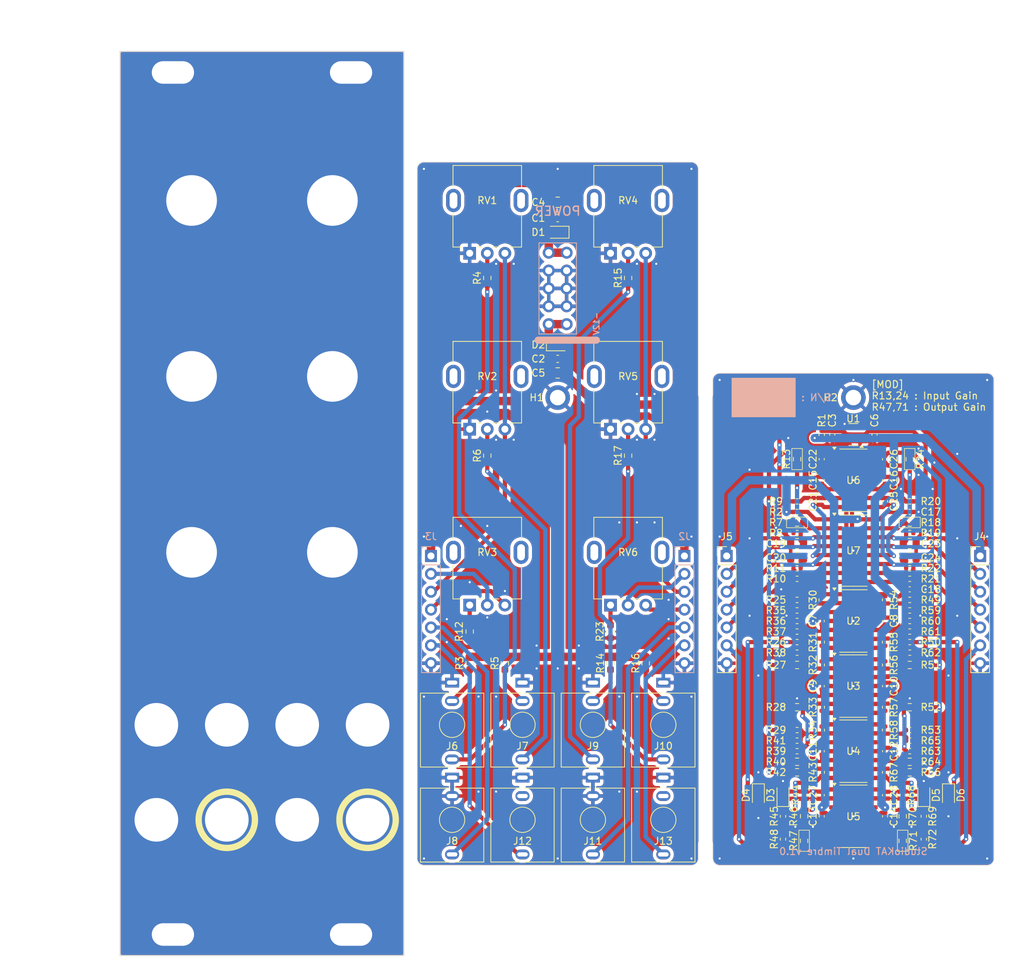
<source format=kicad_pcb>
(kicad_pcb (version 20240108) (generator "pcbnew") (generator_version "8.0")
  (layers (0 "F.Cu" signal) (31 "B.Cu" signal) (34 "B.Paste" user) (35 "F.Paste" user) (36 "B.SilkS" user "B.Silkscreen") (37 "F.SilkS" user "F.Silkscreen") (38 "B.Mask" user) (39 "F.Mask" user) (44 "Edge.Cuts" user))
  (net 0 "")
  (net 1 "+12V")
  (net 2 "GND")
  (net 3 "-12V")
  (net 4 "Ref_-2.5V")
  (net 5 "Net-(C19-Pad1)")
  (net 6 "Net-(C20-Pad1)")
  (net 7 "GND1")
  (net 8 "I_OUT3")
  (net 9 "VCA_1")
  (net 10 "+12V_FRONT")
  (net 11 "Net-(C23-Pad1)")
  (net 12 "Net-(C24-Pad1)")
  (net 13 "-12V_FRONT")
  (net 14 "RV3_3_BACK")
  (net 15 "VCA_2")
  (net 16 "I_OUT2")
  (net 17 "Net-(D3-A)")
  (net 18 "Net-(D3-K)")
  (net 19 "Net-(D5-A)")
  (net 20 "Net-(D5-K)")
  (net 21 "Net-(D1-A)")
  (net 22 "Net-(D2-K)")
  (net 23 "Net-(J6-PadTN)")
  (net 24 "Net-(J6-PadT)")
  (net 25 "Net-(J7-PadT)")
  (net 26 "CV_1_BACK")
  (net 27 "RV6_3_BACK")
  (net 28 "Net-(J9-PadT)")
  (net 29 "CV_2_BACK")
  (net 30 "Net-(U7-MODE)")
  (net 31 "Net-(R4-Pad2)")
  (net 32 "Net-(R6-Pad2)")
  (net 33 "I_IN3")
  (net 34 "I_IN4")
  (net 35 "Net-(R12-Pad1)")
  (net 36 "Net-(R15-Pad2)")
  (net 37 "Net-(R17-Pad2)")
  (net 38 "I_IN1")
  (net 39 "I_IN2")
  (net 40 "Net-(R23-Pad1)")
  (net 41 "Net-(U4D--)")
  (net 42 "Net-(U4C--)")
  (net 43 "Net-(U2D--)")
  (net 44 "Net-(U2C--)")
  (net 45 "Net-(U3D--)")
  (net 46 "Net-(R30-Pad1)")
  (net 47 "Net-(R31-Pad1)")
  (net 48 "Net-(R32-Pad1)")
  (net 49 "Net-(R33-Pad1)")
  (net 50 "Net-(R34-Pad1)")
  (net 51 "Net-(U3C--)")
  (net 52 "Net-(R43-Pad2)")
  (net 53 "Net-(U5C--)")
  (net 54 "Net-(R47-Pad2)")
  (net 55 "Net-(U4A--)")
  (net 56 "Net-(U4B--)")
  (net 57 "Net-(U2A--)")
  (net 58 "Net-(U2B--)")
  (net 59 "Net-(U3A--)")
  (net 60 "Net-(R54-Pad1)")
  (net 61 "Net-(R55-Pad1)")
  (net 62 "Net-(R56-Pad1)")
  (net 63 "Net-(R57-Pad1)")
  (net 64 "Net-(R58-Pad1)")
  (net 65 "Net-(U3B--)")
  (net 66 "Net-(R67-Pad2)")
  (net 67 "Net-(U5B--)")
  (net 68 "Net-(R71-Pad2)")
  (net 69 "CV_1_FRONT")
  (net 70 "RV3_2_FRONT")
  (net 71 "RV3_3_FRONT")
  (net 72 "Audio_1_FRONT")
  (net 73 "OUT_1_FRONT")
  (net 74 "RV6_2_FRONT")
  (net 75 "CV_2_FRONT")
  (net 76 "OUT_2_FRONT")
  (net 77 "Audio_2_FRONT")
  (net 78 "RV6_3_FRONT")
  (net 79 "OUT_1_BACK")
  (net 80 "Audio_1_BACK")
  (net 81 "RV3_2_BACK")
  (net 82 "RV6_2_BACK")
  (net 83 "Audio_2_BACK")
  (net 84 "OUT_2_BACK")
  (net 85 "Net-(J7-PadTN)")
  (net 86 "Net-(J9-PadTN)")
  (net 87 "Net-(J10-PadTN)")
  (net 88 "Net-(J10-PadT)")
  (net 91 "GND2")
  (footprint "Resistor_SMD:R_0402_1005Metric" (layer "F.Cu") (at 183 142.76 -90)
    (property "Reference" "R48")
    (property "Value" "1K")
  )
  (footprint "MountingHole:MountingHole_2.2mm_M2_ISO7380_Pad" (layer "F.Cu") (at 193 80.01)
    (property "Reference" "H2")
    (property "Value" "MountingHole_BACK")
  )
  (footprint "Resistor_SMD:R_0402_1005Metric" (layer "F.Cu") (at 185.01 127.26)
    (property "Reference" "R29")
    (property "Value" "68K")
  )
  (footprint "Capacitor_SMD:C_0402_1005Metric" (layer "F.Cu") (at 197.5 91.76 90)
    (property "Reference" "C16")
    (property "Value" "100nF")
  )
  (footprint "Resistor_SMD:R_0402_1005Metric" (layer "F.Cu") (at 197.5 108.76 -90)
    (property "Reference" "R54")
    (property "Value" "150K")
  )
  (footprint "Package_SO:SOIC-14_3.9x8.7mm_P1.27mm" (layer "F.Cu") (at 193 130.26)
    (property "Reference" "U4")
    (property "Value" "TL074")
  )
  (footprint "Capacitor_SMD:C_0402_1005Metric" (layer "F.Cu") (at 188.5 136.51 90)
    (property "Reference" "C27")
    (property "Value" "47pF")
  )
  (footprint "Resistor_SMD:R_0402_1005Metric" (layer "F.Cu") (at 188.5 124.01 90)
    (property "Reference" "R33")
    (property "Value" "150K")
  )
  (footprint "Resistor_SMD:R_0603_1608Metric_Pad0.98x0.95mm_HandSolder" (layer "F.Cu") (at 185 88.76 90)
    (property "Reference" "R13")
    (property "Value" "15K")
  )
  (footprint "kat_eurorack:AudioJack_PJ301M-12" (layer "F.Cu") (at 156 126.51)
    (property "Reference" "J9")
    (property "Value" "Timbre_CV_2")
  )
  (footprint "Resistor_SMD:R_0603_1608Metric_Pad0.98x0.95mm_HandSolder" (layer "F.Cu") (at 138.5 113.26 -90)
    (property "Reference" "R12")
    (property "Value" "2K")
  )
  (footprint "Connector_PinHeader_2.54mm:PinHeader_1x07_P2.54mm_Vertical" (layer "F.Cu") (at 211 102.52)
    (property "Reference" "J4")
    (property "Value" "Conn_01x07_Pin")
  )
  (footprint "Resistor_SMD:R_0402_1005Metric" (layer "F.Cu") (at 201 127.26 180)
    (property "Reference" "R53")
    (property "Value" "68K")
  )
  (footprint "kat_eurorack:PH_AudioJack_3.5mm_Pad" (layer "F.Cu") (at 94 126.51)
    (property "Reference" "H4")
    (property "Value" "PH_Audio")
  )
  (footprint "kat_eurorack:PH_AudioJack_3.5mm_Pad" (layer "F.Cu") (at 124 140.01)
    (property "Reference" "H11")
    (property "Value" "PH_Audio")
  )
  (footprint "Resistor_SMD:R_0603_1608Metric" (layer "F.Cu") (at 201 124.01 180)
    (property "Reference" "R52")
    (property "Value" "30K")
  )
  (footprint "Resistor_SMD:R_0603_1608Metric" (layer "F.Cu") (at 185 124.01)
    (property "Reference" "R28")
    (property "Value" "30K")
  )
  (footprint "kat_eurorack:PH_AudioJack_3.5mm_Pad" (layer "F.Cu") (at 94 140.01)
    (property "Reference" "H6")
    (property "Value" "PH_Audio")
  )
  (footprint "kat_eurorack:PH_AudioJack_3.5mm_Pad" (layer "F.Cu") (at 114 140.01)
    (property "Reference" "H10")
    (property "Value" "PH_Audio")
  )
  (footprint "Package_SO:SOIC-16_3.9x9.9mm_P1.27mm" (layer "F.Cu") (at 193 101.76)
    (property "Reference" "U7")
    (property "Value" "SSI2164")
  )
  (footprint "kat_eurorack:AudioJack_PJ301M-12" (layer "F.Cu") (at 146 140.01)
    (property "Reference" "J12")
    (property "Value" "TIMBRE_OUT_1")
  )
  (footprint "Resistor_SMD:R_0603_1608Metric_Pad0.98x0.95mm_HandSolder" (layer "F.Cu") (at 161 63.01 90)
    (property "Reference" "R15")
    (property "Value" "120K")
  )
  (footprint "Resistor_SMD:R_0402_1005Metric" (layer "F.Cu") (at 197.5 133.26 -90)
    (property "Reference" "R67")
    (property "Value" "51K")
  )
  (footprint "Capacitor_SMD:C_0402_1005Metric" (layer "F.Cu") (at 197.5 111.76 90)
    (property "Reference" "C8")
    (property "Value" "100nF")
  )
  (footprint "Capacitor_SMD:C_0805_2012Metric" (layer "F.Cu") (at 151 76.51)
    (property "Reference" "C5")
    (property "Value" "22uF")
  )
  (footprint "kat_eurorack:AudioJack_PJ301M-12" (layer "F.Cu") (at 146 126.51)
    (property "Reference" "J7")
    (property "Value" "Offset_CV_1")
  )
  (footprint "kat_eurorack:PH_AudioJack_3.5mm_Pad" (layer "F.Cu") (at 114 126.51)
    (property "Reference" "H8")
    (property "Value" "PH_Audio")
  )
  (footprint "Resistor_SMD:R_0402_1005Metric" (layer "F.Cu") (at 186 136.51 90)
    (property "Reference" "R44")
    (property "Value" "150K")
  )
  (footprint "Resistor_SMD:R_0603_1608Metric_Pad0.98x0.95mm_HandSolder" (layer "F.Cu") (at 158.5 117.76 90)
    (property "Reference" "R14")
    (property "Value" "24K")
  )
  (footprint "Resistor_SMD:R_0402_1005Metric" (layer "F.Cu") (at 185 104.26)
    (property "Reference" "R11")
    (property "Value" "120R")
  )
  (footprint "Resistor_SMD:R_0603_1608Metric_Pad0.98x0.95mm_HandSolder" (layer "F.Cu") (at 143.5 117.76 90)
    (property "Reference" "R5")
    (property "Value" "24K")
  )
  (footprint "Resistor_SMD:R_0402_1005Metric" (layer "F.Cu") (at 201 105.76 180)
    (property "Reference" "R21")
    (property "Value" "20K")
  )
  (footprint "Resistor_SMD:R_0402_1005Metric" (layer "F.Cu") (at 188.5 118.01 -90)
    (property "Reference" "R32")
    (property "Value" "150K")
  )
  (footprint "Resistor_SMD:R_0402_1005Metric" (layer "F.Cu") (at 197.5 118.01 -90)
    (property "Reference" "R56")
    (property "Value" "150K")
  )
  (footprint "Capacitor_SMD:C_0402_1005Metric" (layer "F.Cu") (at 197.5 130.26 90)
    (property "Reference" "C12")
    (property "Value" "100nF")
  )
  (footprint "Capacitor_SMD:C_0402_1005Metric" (layer "F.Cu") (at 188.5 139.51 -90)
    (property "Reference" "C13")
    (property "Value" "100nF")
  )
  (footprint "Resistor_SMD:R_0402_1005Metric" (layer "F.Cu") (at 201 113.26)
    (property "Reference" "R61")
    (property "Value" "470K")
  )
  (footprint "kat_eurorack:AudioJack_PJ301M-12" (layer "F.Cu") (at 166 126.51)
    (property "Reference" "J10")
    (property "Value" "Offset_CV_2")
  )
  (footprint "Capacitor_SMD:C_0402_1005Metric" (layer "F.Cu") (at 188.5 94.76 -90)
    (property "Reference" "C21")
    (property "Value" "100pF")
  )
  (footprint "kat_eurorack:Panel_8HP" (layer "F.Cu") (at 88.85 30.81)
    (property "Reference" "H3")
    (property "Value" "Panel")
    (fp_line (start 0 0) (end 40.3 0) (stroke (width 0.12)) (layer "Edge.Cuts"))
    (fp_line (start 0 128.5) (end 0 0) (stroke (width 0.12)) (layer "Edge.Cuts"))
    (fp_line (start 40.3 0) (end 40.3 128.5) (stroke (width 0.12)) (layer "Edge.Cuts"))
    (fp_line (start 40.3 128.5) (end 0 128.5) (stroke (width 0.12)) (layer "Edge.Cuts"))
  )
  (footprint "Resistor_SMD:R_0805_2012Metric" (layer "F.Cu") (at 201 102.76)
    (property "Reference" "C24")
    (property "Value" "2.2nF")
  )
  (footprint "Resistor_SMD:R_0603_1608Metric_Pad0.98x0.95mm_HandSolder" (layer "F.Cu") (at 163.5 117.76 90)
    (property "Reference" "R16")
    (property "Value" "24K")
  )
  (footprint "Capacitor_SMD:C_0603_1608Metric" (layer "F.Cu") (at 151 74.51)
    (property "Reference" "C2")
    (property "Value" "100nF")
  )
  (footprint "Resistor_SMD:R_0402_1005Metric" (layer "F.Cu") (at 185 105.76)
    (property "Reference" "R10")
    (property "Value" "20K")
  )
  (footprint "Resistor_SMD:R_0402_1005Metric" (layer "F.Cu") (at 185 110.26 180)
    (property "Reference" "R35")
    (property "Value" "100K")
  )
  (footprint "kat_eurorack:AudioJack_PJ301M-12" (layer "F.Cu") (at 136 126.51)
    (property "Reference" "J6")
    (property "Value" "Timbre_CV_1")
  )
  (footprint "Resistor_SMD:R_0402_1005Metric" (layer "F.Cu") (at 185 96.26 180)
    (property "Reference" "R2")
    (property "Value" "510K")
  )
  (footprint "Capacitor_SMD:C_0402_1005Metric" (layer "F.Cu") (at 190 85.26 90)
    (property "Reference" "C3")
    (property "Value" "100nF")
  )
  (footprint "kat_eurorack:PH_AudioJack_3.5mm_Pad" (layer "F.Cu") (at 104 140.01)
    (property "Reference" "H7")
    (property "Value" "PH_Audio")
  )
  (footprint "Capacitor_SMD:C_0402_1005Metric" (layer "F.Cu") (at 188.5 88.76 90)
    (property "Reference" "C22")
    (property "Value" "100pF")
  )
  (footprint "Resistor_SMD:R_0402_1005Metric" (layer "F.Cu") (at 185 111.76 180)
    (property "Reference" "R36")
    (property "Value" "47K")
  )
  (footprint "Capacitor_SMD:C_0402_1005Metric" (layer "F.Cu") (at 197.5 139.51 90)
    (property "Reference" "C14")
    (property "Value" "100nF")
  )
  (footprint "Resistor_SMD:R_0402_1005Metric" (layer "F.Cu") (at 185 113.26 180)
    (property "Reference" "R37")
    (property "Value" "470K")
  )
  (footprint "kat_eurorack:AudioJack_PJ301M-12" (layer "F.Cu") (at 156 140.01)
    (property "Reference" "J11")
    (property "Value" "Audio_IN_2")
  )
  (footprint "Resistor_SMD:R_0603_1608Metric_Pad0.98x0.95mm_HandSolder" (layer "F.Cu") (at 185 97.76)
    (property "Reference" "R7")
    (property "Value" "49.9K")
  )
  (footprint "kat_eurorack:Potentiometer_RV09" (layer "F.Cu") (at 141 77)
    (property "Reference" "RV2")
    (property "Value" "B10K")
  )
  (footprint "Resistor_SMD:R_0603_1608Metric_Pad0.98x0.95mm_HandSolder" (layer "F.Cu") (at 200 143 -90)
    (property "Reference" "R71")
    (property "Value" "470K")
  )
  (footprint "Capacitor_SMD:C_0805_2012Metric" (layer "F.Cu") (at 151 52.26 180)
    (property "Reference" "C4")
    (property "Value" "22uF")
  )
  (footprint "Capacitor_SMD:C_0402_1005Metric" (layer "F.Cu") (at 196 85.26 90)
    (property "Reference" "C6")
    (property "Value" "100nF")
  )
  (footprint "Resistor_SMD:R_0603_1608Metric" (layer "F.Cu") (at 185 118.01)
    (property "Reference" "R27")
    (property "Value" "91K")
  )
  (footprint "Capacitor_SMD:C_0402_1005Metric" (layer "F.Cu") (at 201 107.26)
    (property "Reference" "C18")
    (property "Value" "100nF")
  )
  (footprint "Resistor_SMD:R_0805_2012Metric" (layer "F.Cu") (at 185 102.76 180)
    (property "Reference" "C20")
    (property "Value" "2.2nF")
  )
  (footprint "Resistor_SMD:R_0603_1608Metric_Pad0.98x0.95mm_HandSolder" (layer "F.Cu") (at 201 97.76 180)
    (property "Reference" "R18")
    (property "Value" "49.9K")
  )
  (footprint "Resistor_SMD:R_0603_1608Metric" (layer "F.Cu") (at 185 131.76 180)
    (property "Reference" "R40")
    (property "Value" "1.5M")
  )
  (footprint "Resistor_SMD:R_0402_1005Metric" (layer "F.Cu") (at 201 111.76)
    (property "Reference" "R60")
    (property "Value" "47K")
  )
  (footprint "Package_SO:SOIC-14_3.9x8.7mm_P1.27mm" (layer "F.Cu") (at 193 111.76)
    (property "Reference" "U2")
    (property "Value" "TL074")
  )
  (footprint "Resistor_SMD:R_0603_1608Metric_Pad0.98x0.95mm_HandSolder" (layer "F.Cu") (at 186 139.5 -90)
    (property "Reference" "R46")
    (property "Value" "22K")
  )
  (footprint "Resistor_SMD:R_0603_1608Metric" (layer "F.Cu") (at 201 118.01 180)
    (property "Reference" "R51")
    (property "Value" "91K")
  )
  (footprint "Diode_SMD:D_SOD-323" (layer "F.Cu") (at 179.5 136.51 -90)
    (property "Reference" "D4")
    (property "Value" "1N4148WS")
  )
  (footprint "Resistor_SMD:R_0402_1005Metric" (layer "F.Cu") (at 183 139.51 90)
    (property "Reference" "R45")
    (property "Value" "51K")
  )
  (footprint "Package_SO:SOIC-14_3.9x8.7mm_P1.27mm" (layer "F.Cu") (at 193 121.01)
    (property "Reference" "U3")
    (property "Value" "TL074")
  )
  (footprint "Resistor_SMD:R_0402_1005Metric" (layer "F.Cu") (at 188.5 114.76 90)
    (property "Reference" "R31")
    (property "Value" "150K")
  )
  (footprint "Resistor_SMD:R_0402_1005Metric" (layer "F.Cu") (at 201 110.26)
    (property "Reference" "R59")
    (property "Value" "100K")
  )
  (footprint "kat_eurorack:PH_RK097_15mmKnob_Pad" (layer "F.Cu") (at 119 52)
    (property "Reference" "H15" (hide yes))
    (property "Value" "PH_Pot" (hide yes))
  )
  (footprint "kat_eurorack:PH_AudioJack_3.5mm_Pad" (layer "F.Cu") (at 124 126.51)
    (property "Reference" "H9")
    (property "Value" "PH_Audio")
  )
  (footprint "Resistor_SMD:R_0603_1608Metric_Pad0.98x0.95mm_HandSolder" (layer "F.Cu") (at 186 143 -90)
    (property "Reference" "R47")
    (property "Value" "470K")
  )
  (footprint "Diode_SMD:D_SOD-323" (layer "F.Cu") (at 203 136.51 90)
    (property "Reference" "D5")
    (property "Value" "1N4148WS")
  )
  (footprint "Resistor_SMD:R_0402_1005Metric" (layer "F.Cu") (at 200 136.51 90)
    (property "Reference" "R68")
    (property "Value" "150K")
  )
  (footprint "kat_eurorack:Potentiometer_RV09" (layer "F.Cu") (at 141 102)
    (property "Reference" "RV3")
    (property "Value" "B10K")
  )
  (footprint "Resistor_SMD:R_0402_1005Metric" (layer "F.Cu") (at 185 99.26)
    (property "Reference" "R8")
    (property "Value" "120R")
  )
  (footprint "Resistor_SMD:R_0402_1005Metric" (layer "F.Cu") (at 185 114.76)
    (property "Reference" "R26")
    (property "Value" "51K")
  )
  (footprint "Package_SO:SOIC-14_3.9x8.7mm_P1.27mm" (layer "F.Cu") (at 193 91.76)
    (property "Reference" "U6")
    (property "Value" "TL074")
  )
  (footprint "Resistor_SMD:R_0402_1005Metric" (layer "F.Cu") (at 201 99.26 180)
    (property "Reference" "R19")
    (property "Value" "120R")
  )
  (footprint "Capacitor_SMD:C_0402_1005Metric" (layer "F.Cu") (at 197.5 94.76 -90)
    (property "Reference" "C25")
    (property "Value" "100pF")
  )
  (footprint "kat_eurorack:Potentiometer_RV09" (layer "F.Cu") (at 161 102)
    (property "Reference" "RV6")
    (property "Value" "B10K")
  )
  (footprint "kat_eurorack:AudioJack_PJ301M-12" (layer "F.Cu") (at 166 140.01)
    (property "Reference" "J13")
    (property "Value" "TIMBRE_OUT_2")
  )
  (footprint "Resistor_SMD:R_0402_1005Metric" (layer "F.Cu") (at 185 130.26 180)
    (property "Reference" "R39")
    (property "Value" "75K")
  )
  (footprint "Capacitor_SMD:C_0402_1005Metric" (layer "F.Cu") (at 188.5 130.26 -90)
    (property "Reference" "C11")
    (property "Value" "100nF")
  )
  (footprint "Package_SO:SOIC-14_3.9x8.7mm_P1.27mm" (layer "F.Cu") (at 193 139.51)
    (property "Reference" "U5")
    (property "Value" "TL074")
  )
  (footprint "Resistor_SMD:R_0402_1005Metric" (layer "F.Cu") (at 185 94.76)
    (property "Reference" "R9")
    (property "Value" "10M")
  )
  (footprint "Capacitor_SMD:C_0402_1005Metric" (layer "F.Cu") (at 197.5 88.78 90)
    (property "Reference" "C26")
    (property "Value" "100pF")
  )
  (footprint "Capacitor_SMD:C_0402_1005Metric" (layer "F.Cu") (at 197.5 136.51 90)
    (property "Reference" "C28")
    (property "Value" "47pF")
  )
  (footprint "Capacitor_SMD:C_0603_1608Metric" (layer "F.Cu") (at 151 54.51 180)
    (property "Reference" "C1")
    (property "Value" "100nF")
  )
  (footprint "kat_eurorack:Potentiometer_RV09" (layer "F.Cu") (at 161 52)
    (property "Reference" "RV4")
    (property "Value" "B10K")
  )
  (footprint "Resistor_SMD:R_0603_1608Metric_Pad0.98x0.95mm_HandSolder" (layer "F.Cu") (at 201 88.76 90)
    (property "Reference" "R24")
    (property "Value" "15K")
  )
  (footprint "Diode_SMD:D_SOD-323" (layer "F.Cu") (at 151 56.51 180)
    (property "Reference" "D1")
    (property "Value" "1N5819WS")
  )
  (footprint "Resistor_SMD:R_0805_2012Metric" (layer "F.Cu") (at 201 100.76)
    (property "Reference" "C23")
    (property "Value" "2.2nF")
  )
  (footprint "Resistor_SMD:R_0603_1608Metric_Pad0.98x0.95mm_HandSolder" (layer "F.Cu") (at 141 88.26 90)
    (property "Reference" "R6")
    (property "Value" "120K")
  )
  (footprint "Resistor_SMD:R_0402_1005Metric" (layer "F.Cu") (at 185 128.76 180)
    (property "Reference" "R41")
    (property "Value" "33K")
  )
  (footprint "MountingHole:MountingHole_2.2mm_M2_ISO7380_Pad" (layer "F.Cu") (at 151 80.01)
    (property "Reference" "H1")
    (property "Value" "MountingHole_FRONT")
  )
  (footprint "Resistor_SMD:R_0402_1005Metric" (layer "F.Cu") (at 201 114.76 180)
    (property "Reference" "R50")
    (property "Value" "51K")
  )
  (footprint "Resistor_SMD:R_0402_1005Metric" (layer "F.Cu") (at 201 130.26)
    (property "Reference" "R63")
    (property "Value" "75K")
  )
  (footprint "Resistor_SMD:R_0805_2012Metric" (layer "F.Cu") (at 185 100.76 180)
    (property "Reference" "C19")
    (property "Value" "2.2nF")
  )
  (footprint "Resistor_SMD:R_0402_1005Metric" (layer "F.Cu") (at 197.5 114.76 90)
    (property "Reference" "R55")
    (property "Value" "150K")
  )
  (footprint "Resistor_SMD:R_0603_1608Metric_Pad0.98x0.95mm_HandSolder" (layer "F.Cu") (at 200 139.51 -90)
    (property "Reference" "R70")
    (property "Value" "22K")
  )
  (footprint "kat_eurorack:PH_RK097_15mmKnob_Pad" (layer "F.Cu") (at 119 102)
    (property "Reference" "H17" (hide yes))
    (property "Value" "PH_Pot" (hide yes))
  )
  (footprint "Resistor_SMD:R_0402_1005Metric" (layer "F.Cu") (at 185 108.76)
    (property "Reference" "R25")
    (property "Value" "10K")
  )
  (footprint "Diode_SMD:D_SOD-323" (layer "F.Cu") (at 206.5 136.51 -90)
    (property "Reference" "D6")
    (property "Value" "1N4148WS")
  )
  (footprint "kat_eurorack:PH_RK097_15mmKnob_Pad" (layer "F.Cu") (at 119 77)
    (property "Reference" "H16" (hide yes))
    (property "Value" "PH_Pot" (hide yes))
  )
  (footprint "Resistor_SMD:R_0402_1005Metric" (layer "F.Cu") (at 201.01 116.26)
    (property "Reference" "R62")
    (property "Value" "18K")
  )
  (footprint "Resistor_SMD:R_0402_1005Metric" (layer "F.Cu") (at 201 104.26 180)
    (property "Reference" "R22")
    (property "Value" "120R")
  )
  (footprint "Resistor_SMD:R_0402_1005Metric" (layer "F.Cu") (at 188.5 85.26 90)
    (property "Reference" "R1")
    (property "Value" "1K")
  )
  (footprint "kat_eurorack:Potentiometer_RV09" (layer "F.Cu") (at 141 52)
    (property "Reference" "RV1")
    (property "Value" "B10K")
  )
  (footprint "Resistor_SMD:R_0603_1608Metric_Pad0.98x0.95mm_HandSolder" (layer "F.Cu") (at 158.5 113.26 -90)
    (property "Reference" "R23")
    (property "Value" "2K")
  )
  (footprint "Resistor_SMD:R_0603_1608Metric" (layer "F.Cu") (at 201 131.76)
    (property "Reference" "R64")
    (property "Value" "1.5M")
  )
  (footprint "Resistor_SMD:R_0402_1005Metric" (layer "F.Cu") (at 197.5 127.26 -90)
    (property "Reference" "R58")
    (property "Value" "150K")
  )
  (footprint "Resistor_SMD:R_0402_1005Metric" (layer "F.Cu") (at 197.5 124.01 90)
    (property "Reference" "R57")
    (property "Value" "150K")
  )
  (footprint "kat_eurorack:PH_RK097_15mmKnob_Pad" (layer "F.Cu") (at 99 77)
    (property "Reference" "H13" (hide yes))
    (property "Value" "PH_Pot" (hide yes))
  )
  (footprint "kat_eurorack:Potentiometer_RV09" (layer "F.Cu") (at 161 77)
    (property "Reference" "RV5")
    (property "Value" "B10K")
  )
  (footprint "Resistor_SMD:R_0603_1608Metric_Pad0.98x0.95mm_HandSolder" (layer "F.Cu") (at 141 63.01 90)
    (property "Reference" "R4")
    (property "Value" "120K")
  )
  (footprint "kat_eurorack:PH_RK097_15mmKnob_Pad" (layer "F.Cu") (at 99 52)
    (property "Reference" "H12" (hide yes))
    (property "Value" "PH_Pot" (hide yes))
  )
  (footprint "kat_eurorack:AudioJack_PJ301M-12" (layer "F.Cu") (at 136 140.01)
    (property "Reference" "J8")
    (property "Value" "Audio_IN_1")
  )
  (footprint "Capacitor_SMD:C_0402_1005Metric" (layer "F.Cu") (at 197.5 121.01 90)
    (property "Reference" "C10")
    (property "Value" "100nF")
  )
  (footprint "Resistor_SMD:R_0402_1005Metric" (layer "F.Cu") (at 203 139.51 90)
    (property "Reference" "R69")
    (property "Value" "51K")
  )
  (footprint "Resistor_SMD:R_0402_1005Metric" (layer "F.Cu") (at 203 142.76 -90)
    (property "Reference" "R72")
    (property "Value" "1K")
  )
  (footprint "Capacitor_SMD:C_0402_1005Metric" (layer "F.Cu") (at 188.5 121.01 -90)
    (property "Reference" "C9")
    (property "Value" "100nF")
  )
  (footprint "kat_eurorack:PH_RK097_15mmKnob_Pad" (layer "F.Cu") (at 99 102)
    (property "Reference" "H14" (hide yes))
    (property "Value" "PH_Pot" (hide yes))
  )
  (footprint "Resistor_SMD:R_0402_1005Metric" (layer "F.Cu") (at 201 94.76 180)
    (property "Reference" "R20")
    (property "Value" "10M")
  )
  (footprint "Resistor_SMD:R_0402_1005Metric" (layer "F.Cu") (at 201 108.76 180)
    (property "Reference" "R49")
    (property "Value" "10K")
  )
  (footprint "Capacitor_SMD:C_0402_1005Metric" (layer "F.Cu") (at 188.5 91.76 -90)
    (property "Reference" "C15")
    (property "Value" "100nF")
  )
  (footprint "Resistor_SMD:R_0603_1608Metric_Pad0.98x0.95mm_HandSolder" (layer "F.Cu") (at 138.5 117.76 90)
    (property "Reference" "R3")
    (property "Value" "24K")
  )
  (footprint "Package_TO_SOT_SMD:SOT-23" (layer "F.Cu") (at 193 85.26 180)
    (property "Reference" "U1")
    (property "Value" "CJ431")
  )
  (footprint "Resistor_SMD:R_0603_1608Metric" (layer "F.Cu") (at 201 133.26 180)
    (property "Reference" "R66")
    (property "Value" "240K")
  )
  (footprint "Connector_PinHeader_2.54mm:PinHeader_1x07_P2.54mm_Vertical" (layer "F.Cu") (at 175 102.52)
    (property "Reference" "J5")
    (property "Value" "Conn_01x07_Pin")
  )
  (footprint "Capacitor_SMD:C_0402_1005Metric" (layer "F.Cu") (at 201 96.26)
    (property "Reference" "C17")
    (property "Value" "100nF")
  )
  (footprint "Capacitor_SMD:C_0402_1005Metric" (layer "F.Cu") (at 188.5 111.76 -90)
    (property "Reference" "C7")
    (property "Value" "100nF")
  )
  (footprint "Diode_SMD:D_SOD-323" (layer "F.Cu") (at 151 72.51)
    (property "Reference" "D2")
    (property "Value" "1N5819WS")
  )
  (footprint "Resistor_SMD:R_0402_1005Metric" (layer "F.Cu") (at 188.5 133.26 -90)
    (property "Reference" "R43")
    (property "Value" "51K")
  )
  (footprint "Resistor_SMD:R_0402_1005Metric" (layer "F.Cu") (at 201.01 128.76)
    (property "Reference" "R65")
    (property "Value" "33K")
  )
  (footprint "Diode_SMD:D_SOD-323" (layer "F.Cu") (at 183 136.51 90)
    (property "Reference" "D3")
    (property "Value" "1N4148WS")
  )
  (footprint "Resistor_SMD:R_0402_1005Metric" (layer "F.Cu") (at 188.5 108.76 -90)
    (property "Reference" "R30")
    (property "Value" "150K")
  )
  (footprint "Resistor_SMD:R_0603_1608Metric_Pad0.98x0.95mm_HandSolder" (layer "F.Cu") (at 161 88.26 90)
    (property "Reference" "R17")
    (property "Value" "120K")
  )
  (footprint "kat_eurorack:PH_AudioJack_3.5mm_Pad" (layer "F.Cu") (at 104 126.51)
    (property "Reference" "H5")
    (property "Value" "PH_Audio")
  )
  (footprint "Resistor_SMD:R_0402_1005Metric" (layer "F.Cu") (at 185 116.26 180)
    (property "Reference" "R38")
    (property "Value" "18K")
  )
  (footprint "Resistor_SMD:R_0402_1005Metric" (layer "F.Cu") (at 188.5 127.26 -90)
    (property "Reference" "R34")
    (property "Value" "150K")
  )
  (footprint "Resistor_SMD:R_0603_1608Metric" (layer "F.Cu") (at 185 133.26)
    (property "Reference" "R42")
    (property "Value" "240K")
  )
  (footprint "Connector_PinSocket_2.54mm:PinSocket_1x07_P2.54mm_Vertical" (layer "B.Cu") (at 133 102.52 180)
    (property "Reference" "J3")
    (property "Value" "Conn_01x07_Socket")
  )
  (footprint "kat_eurorack:BoxHeader_2x05_2.54mm_Europower" (layer "B.Cu") (at 151 64.5 180)
    (property "Reference" "J1" (hide yes))
    (property "Value" "POWER")
  )
  (footprint "Connector_PinSocket_2.54mm:PinSocket_1x07_P2.54mm_Vertical" (layer "B.Cu") (at 169 102.52 180)
    (property "Reference" "J2")
    (property "Value" "Conn_01x07_Socket")
  )
  (gr_rect (start 175.75 77.25) (end 184.75 82.75) (stroke (width 0.1)) (fill solid) (layer "B.SilkS"))
  (gr_circle (center 104 140.01) (end 108 140.01) (stroke (width 0.9)) (fill none) (layer "F.SilkS"))
  (gr_rect (start 184.25 87.25) (end 185.75 90.25) (stroke (width 0.1)) (fill none) (layer "F.SilkS"))
  (gr_rect (start 199.25 141.49) (end 200.75 144.49) (stroke (width 0.1)) (fill none) (layer "F.SilkS"))
  (gr_rect (start 185.25 141.49) (end 186.75 144.49) (stroke (width 0.1)) (fill none) (layer "F.SilkS"))
  (gr_rect (start 200.25 87.25) (end 201.75 90.25) (stroke (width 0.1)) (fill none) (layer "F.SilkS"))
  (gr_rect (start 199.5 97) (end 202.5 98.5) (stroke (width 0.1)) (fill none) (layer "F.SilkS"))
  (gr_rect (start 183.5 97) (end 186.5 98.5) (stroke (width 0.1)) (fill none) (layer "F.SilkS"))
  (gr_circle (center 124 140.01) (end 128 140.01) (stroke (width 0.9)) (fill none) (layer "F.SilkS"))
  (gr_arc (start 170 46.51) (mid 170.707107 46.802893) (end 171 47.51) (stroke (width 0.05)) (layer "Edge.Cuts"))
  (gr_arc (start 174 146.51) (mid 173.292893 146.217107) (end 173 145.51) (stroke (width 0.05)) (layer "Edge.Cuts"))
  (gr_line (start 170 46.51) (end 132 46.51) (stroke (width 0.05)) (layer "Edge.Cuts"))
  (gr_line (start 171 145.51) (end 171 47.51) (stroke (width 0.05)) (layer "Edge.Cuts"))
  (gr_line (start 212 76.51) (end 174 76.51) (stroke (width 0.05)) (layer "Edge.Cuts"))
  (gr_arc (start 171 145.51) (mid 170.707107 146.217107) (end 170 146.51) (stroke (width 0.05)) (layer "Edge.Cuts"))
  (gr_line (start 174 146.51) (end 212 146.51) (stroke (width 0.05)) (layer "Edge.Cuts"))
  (gr_arc (start 173 77.51) (mid 173.292893 76.802893) (end 174 76.51) (stroke (width 0.05)) (layer "Edge.Cuts"))
  (gr_arc (start 213 145.51) (mid 212.707107 146.217107) (end 212 146.51) (stroke (width 0.05)) (layer "Edge.Cuts"))
  (gr_arc (start 212 76.51) (mid 212.707107 76.802893) (end 213 77.51) (stroke (width 0.05)) (layer "Edge.Cuts"))
  (gr_line (start 131 47.51) (end 131 145.51) (stroke (width 0.05)) (layer "Edge.Cuts"))
  (gr_line (start 132 146.51) (end 170 146.51) (stroke (width 0.05)) (layer "Edge.Cuts"))
  (gr_arc (start 132 146.51) (mid 131.292893 146.217107) (end 131 145.51) (stroke (width 0.05)) (layer "Edge.Cuts"))
  (gr_arc (start 131 47.51) (mid 131.292893 46.802893) (end 132 46.51) (stroke (width 0.05)) (layer "Edge.Cuts"))
  (gr_line (start 213 145.51) (end 213 77.51) (stroke (width 0.05)) (layer "Edge.Cuts"))
  (gr_line (start 173 145.51) (end 173 77.51) (stroke (width 0.05)) (layer "Edge.Cuts"))
  (gr_text "StudioKAT Dual Timbre v1.0" (at 193 144.5 0) (layer "B.SilkS") (effects (font (size 1 1)) (justify mirror)))
  (gr_text "S/N :" (at 187.75 80 0) (layer "B.SilkS") (effects (font (size 1 1)) (justify mirror)))
  (gr_text "[MOD]\nR13,24 : Input Gain\nR47,71 : Output Gain" (at 195.5 79.75 0) (layer "F.SilkS") (effects (font (size 1 1)) (justify left)))
  (segment (start 197.75 96.26) (end 200.52 96.26) (width 0.6) (layer "F.Cu") (net 1))
  (segment (start 188.5 129.78) (end 187.73 129.78) (width 0.6) (layer "F.Cu") (net 1))
  (segment (start 189.070001 111.28) (end 188.5 111.28) (width 0.6) (layer "F.Cu") (net 1))
  (segment (start 187.73 120.53) (end 187.25 121.01) (width 0.6) (layer "F.Cu") (net 1))
  (segment (start 189.070001 129.78) (end 188.5 129.78) (width 0.6) (layer "F.Cu") (net 1))
  (segment (start 188.5 91.28) (end 187.73 91.28) (width 0.6) (layer "F.Cu") (net 1))
  (segment (start 190.525 130.26) (end 189.550001 130.26) (width 0.6) (layer "F.Cu") (net 1))
  (segment (start 189.070001 139.03) (end 188.5 139.03) (width 0.6) (layer "F.Cu") (net 1))
  (segment (start 190.525 139.51) (end 189.550001 139.51) (width 0.6) (layer "F.Cu") (net 1))
  (segment (start 193.6 97.26) (end 193.655 97.315) (width 0.6) (layer "F.Cu") (net 1))
  (segment (start 188.5 120.53) (end 187.73 120.53) (width 0.6) (layer "F.Cu") (net 1))
  (segment (start 196.695 97.315) (end 197.75 96.26) (width 0.6) (layer "F.Cu") (net 1))
  (segment (start 188.5 111.28) (end 187.73 111.28) (width 0.6) (layer "F.Cu") (net 1))
  (segment (start 190.525 121.01) (end 189.550001 121.01) (width 0.6) (layer "F.Cu") (net 1))
  (segment (start 189.550001 121.01) (end 189.070001 120.53) (width 0.6) (layer "F.Cu") (net 1))
  (segment (start 189.550001 139.51) (end 189.070001 139.03) (width 0.6) (layer "F.Cu") (net 1))
  (segment (start 189.550001 91.76) (end 189.070001 91.28) (width 0.6) (layer "F.Cu") (net 1))
  (segment (start 193.655 97.315) (end 195.475 97.315) (width 0.6) (layer "F.Cu") (net 1))
  (segment (start 184.49 96.26) (end 183.5 96.26) (width 0.6) (layer "F.Cu") (net 1))
  (segment (start 190.525 91.76) (end 189.550001 91.76) (width 0.6) (layer "F.Cu") (net 1))
  (segment (start 189.550001 111.76) (end 189.070001 111.28) (width 0.6) (layer "F.Cu") (net 1))
  (segment (start 189.550001 130.26) (end 189.070001 129.78) (width 0.6) (layer "F.Cu") (net 1))
  (segment (start 187.73 91.28) (end 187.25 91.76) (width 0.6) (layer "F.Cu") (net 1))
  (segment (start 187.73 111.28) (end 187.25 111.76) (width 0.6) (layer "F.Cu") (net 1))
  (segment (start 188.505 139.025) (end 188.5 139.03) (width 0.6) (layer "F.Cu") (net 1))
  (segment (start 187.73 129.78) (end 187.25 130.26) (width 0.6) (layer "F.Cu") (net 1))
  (segment (start 190.525 111.76) (end 189.550001 111.76) (width 0.6) (layer "F.Cu") (net 1))
  (segment (start 189.070001 120.53) (end 188.5 120.53) (width 0.6) (layer "F.Cu") (net 1))
  (segment (start 189.070001 91.28) (end 188.5 91.28) (width 0.6) (layer "F.Cu") (net 1))
  (segment (start 188.505 138.255) (end 188.505 139.025) (width 0.6) (layer "F.Cu") (net 1))
  (segment (start 195.475 97.315) (end 196.695 97.315) (width 0.6) (layer "F.Cu") (net 1))
  (via (at 187.25 130.26) (size 0.6) (drill 0.3) (layers "F.Cu" "B.Cu") (net 1))
  (via (at 193.6 97.26) (size 0.6) (drill 0.3) (layers "F.Cu" "B.Cu") (net 1))
  (via (at 187.25 111.76) (size 0.6) (drill 0.3) (layers "F.Cu" "B.Cu") (net 1))
  (via (at 188.505 138.255) (size 0.6) (drill 0.3) (layers "F.Cu" "B.Cu") (net 1))
  (via (at 183.5 96.26) (size 0.6) (drill 0.3) (layers "F.Cu" "B.Cu") (net 1))
  (via (at 187.25 91.76) (size 0.6) (drill 0.3) (layers "F.Cu" "B.Cu") (net 1))
  (via (at 187.25 121.01) (size 0.6) (drill 0.3) (layers "F.Cu" "B.Cu") (net 1))
  (segment (start 175.75 100.01) (end 175.75 94.01) (width 1.2) (layer "B.Cu") (net 1))
  (segment (start 187.875 129.635) (end 187.25 130.26) (width 1.2) (layer "B.Cu") (net 1))
  (segment (start 186 91.76) (end 187.25 91.76) (width 1.2) (layer "B.Cu") (net 1))
  (segment (start 189 119.26) (end 189 128.51) (width 1.2) (layer "B.Cu") (net 1))
  (segment (start 178 91.76) (end 183.5 91.76) (width 1.2) (layer "B.Cu") (net 1))
  (segment (start 189 119.26) (end 187.875 120.385) (width 1.2) (layer "B.Cu") (net 1))
  (segment (start 187.875 120.385) (end 187.25 121.01) (width 1.2) (layer "B.Cu") (net 1))
  (segment (start 190.25 108.76) (end 190.25 94.76) (width 1.2) (layer "B.Cu") (net 1))
  (segment (start 188.125 110.885) (end 187.25 111.76) (width 1.2) (layer "B.Cu") (net 1))
  (segment (start 189 110.01) (end 189 119.26) (width 1.2) (layer "B.Cu") (net 1))
  (segment (start 175 102.52) (end 175 100.76) (width 1.2) (layer "B.Cu") (net 1))
  (segment (start 189 128.51) (end 187.875 129.635) (width 1.2) (layer "B.Cu") (net 1))
  (segment (start 183.5 91.76) (end 186 91.76) (width 1.2) (layer "B.Cu") (net 1))
  (segment (start 189 110.01) (end 188.125 110.885) (width 1.2) (layer "B.Cu") (net 1))
  (segment (start 183.5 96.26) (end 183.5 91.76) (width 1.2) (layer "B.Cu") (net 1))
  (segment (start 188.505 138.255) (end 189 137.76) (width 1.2) (layer "B.Cu") (net 1))
  (segment (start 190.25 94.76) (end 187.25 91.76) (width 1.2) (layer "B.Cu") (net 1))
  (segment (start 189 110.01) (end 190.25 108.76) (width 1.2) (layer "B.Cu") (net 1))
  (segment (start 175 100.76) (end 175.75 100.01) (width 1.2) (layer "B.Cu") (net 1))
  (segment (start 189 137.76) (end 189 128.51) (width 1.2) (layer "B.Cu") (net 1))
  (segment (start 175.75 94.01) (end 178 91.76) (width 1.2) (layer "B.Cu") (net 1))
  (segment (start 193.6 97.26) (end 190.25 97.26) (width 1.2) (layer "B.Cu") (net 1))
  (segment (start 196.71 140.78) (end 197.5 139.99) (width 0.6) (layer "F.Cu") (net 2))
  (segment (start 190.525 90.49) (end 191.499999 90.49) (width 0.6) (layer "F.Cu") (net 2))
  (segment (start 189.29 93.03) (end 190.525 93.03) (width 0.6) (layer "F.Cu") (net 2))
  (segment (start 191.499999 90.49) (end 192 90.990001) (width 0.6) (layer "F.Cu") (net 2))
  (segment (start 195.475 128.99) (end 194.500001 128.99) (width 0.6) (layer "F.Cu") (net 2))
  (segment (start 191.48 113.03) (end 190.525 113.03) (width 0.6) (layer "F.Cu") (net 2))
  (segment (start 194 91.76) (end 194 90.990001) (width 0.6) (layer "F.Cu") (net 2))
  (segment (start 179.72 119.73) (end 179.5 119.51) (width 0.6) (layer "F.Cu") (net 2))
  (segment (start 203.118629 99.01) (end 203.25 99.01) (width 0.6) (layer "F.Cu") (net 2))
  (segment (start 195.475 140.78) (end 196.71 140.78) (width 0.6) (layer "F.Cu") (net 2))
  (segment (start 197.5 92.24) (end 196.71 93.03) (width 0.6) (layer "F.Cu") (net 2))
  (segment (start 196.71 113.03) (end 197.5 112.24) (width 0.6) (layer "F.Cu") (net 2))
  (segment (start 191.499999 110.49) (end 192 110.990001) (width 0.6) (layer "F.Cu") (net 2))
  (segment (start 191.499999 119.74) (end 192 120.240001) (width 0.6) (layer "F.Cu") (net 2))
  (segment (start 194 110.990001) (end 194 112.529999) (width 0.6) (layer "F.Cu") (net 2))
  (segment (start 195.475 119.74) (end 195.485 119.73) (width 0.6) (layer "F.Cu") (net 2))
  (segment (start 190.525 131.53) (end 189.29 131.53) (width 0.6) (layer "F.Cu") (net 2))
  (segment (start 196.71 122.28) (end 197.5 121.49) (width 0.6) (layer "F.Cu") (net 2))
  (segment (start 194 121.76) (end 194.52 122.28) (width 0.6) (layer "F.Cu") (net 2))
  (segment (start 188.5 92.24) (end 189.29 93.03) (width 0.6) (layer "F.Cu") (net 2))
  (segment (start 194.500001 128.99) (end 194 129.490001) (width 0.6) (layer "F.Cu") (net 2))
  (segment (start 194.500001 113.03) (end 195.475 113.03) (width 0.6) (layer "F.Cu") (net 2))
  (segment (start 191.499999 122.28) (end 190.525 122.28) (width 0.6) (layer "F.Cu") (net 2))
  (segment (start 201.9125 100.76) (end 201.9125 100.216129) (width 0.6) (layer "F.Cu") (net 2))
  (segment (start 194 112.529999) (end 194.500001 113.03) (width 0.6) (layer "F.Cu") (net 2))
  (segment (start 191.499999 128.99) (end 192 129.490001) (width 0.6) (layer "F.Cu") (net 2))
  (segment (start 190.515 119.73) (end 179.72 119.73) (width 0.6) (layer "F.Cu") (net 2))
  (segment (start 192 110.990001) (end 192 112.51) (width 0.6) (layer "F.Cu") (net 2))
  (segment (start 192 140.279999) (end 191.499999 140.78) (width 0.6) (layer "F.Cu") (net 2))
  (segment (start 190.525 140.78) (end 189.29 140.78) (width 0.6) (layer "F.Cu") (net 2))
  (segment (start 195.475 93.03) (end 194.500001 93.03) (width 0.6) (layer "F.Cu") (net 2))
  (segment (start 194.500001 131.53) (end 195.475 131.53) (width 0.6) (layer "F.Cu") (net 2))
  (segment (start 190.525 110.49) (end 191.499999 110.49) (width 0.6) (layer "F.Cu") (net 2))
  (segment (start 194.500001 140.78) (end 195.475 140.78) (width 0.6) (layer "F.Cu") (net 2))
  (segment (start 194.500001 119.74) (end 194 120.240001) (width 0.6) (layer "F.Cu") (net 2))
  (segment (start 195.475 110.49) (end 194.500001 110.49) (width 0.6) (layer "F.Cu") (net 2))
  (segment (start 194.500001 110.49) (end 194 110.990001) (width 0.6) (layer "F.Cu") (net 2))
  (segment (start 191.499999 138.24) (end 192 138.740001) (width 0.6) (layer "F.Cu") (net 2))
  (segment (start 191.48 93.03) (end 190.525 93.03) (width 0.6) (layer "F.Cu") (net 2))
  (segment (start 189.29 113.03) (end 188.5 112.24) (width 0.6) (layer "F.Cu") (net 2))
  (segment (start 194 90.990001) (end 194.500001 90.49) (width 0.6) (layer "F.Cu") (net 2))
  (segment (start 192 90.990001) (end 192 91.76) (width 0.6) (layer "F.Cu") (net 2))
  (segment (start 195.475 138.24) (end 194.500001 138.24) (width 0.6) (layer "F.Cu") (net 2))
  (segment (start 189.29 140.78) (end 188.5 139.99) (width 0.6) (layer "F.Cu") (net 2))
  (segment (start 196.71 131.53) (end 197.5 130.74) (width 0.6) (layer "F.Cu") (net 2))
  (segment (start 184.0875 100.216129) (end 182.381371 98.51) (width 0.6) (layer "F.Cu") (net 2))
  (segment (start 194 129.490001) (end 194 131.029999) (width 0.6) (layer "F.Cu") (net 2))
  (segment (start 192 120.240001) (end 192 121.779999) (width 0.6) (layer "F.Cu") (net 2))
  (segment (start 190.525 113.03) (end 189.29 113.03) (width 0.6) (layer "F.Cu") (net 2))
  (segment (start 189.29 131.53) (end 188.5 130.74) (width 0.6) (layer "F.Cu") (net 2))
  (segment (start 194 131.029999) (end 194.500001 131.53) (width 0.6) (layer "F.Cu") (net 2))
  (segment (start 194.500001 93.03) (end 194 92.529999) (width 0.6) (layer "F.Cu") (net 2))
  (segment (start 195.475 122.28) (end 196.71 122.28) (width 0.6) (layer "F.Cu") (net 2))
  (segment (start 190.525 128.99) (end 191.499999 128.99) (width 0.6) (layer "F.Cu") (net 2))
  (segment (start 182.381371 98.51) (end 182 98.51) (width 0.6) (layer "F.Cu") (net 2))
  (segment (start 194 92.529999) (end 194 91.76) (width 0.6) (layer "F.Cu") (net 2))
  (segment (start 190.525 122.28) (end 189.29 122.28) (width 0.6) (layer "F.Cu") (net 2))
  (segment (start 194 138.740001) (end 194 140.279999) (width 0.6) (layer "F.Cu") (net 2))
  (segment (start 201.9125 100.216129) (end 203.118629 99.01) (width 0.6) (layer "F.Cu") (net 2))
  (segment (start 194.500001 138.24) (end 194 138.740001) (width 0.6) (layer "F.Cu") (net 2))
  (segment (start 195.53 86.21) (end 193.9375 86.21) (width 0.6) (layer "F.Cu") (net 2))
  (segment (start 195.485 119.73) (end 206.28 119.73) (width 0.6) (layer "F.Cu") (net 2))
  (segment (start 192 112.51) (end 191.48 113.03) (width 0.6) (layer "F.Cu") (net 2))
  (segment (start 192 92.51) (end 191.48 93.03) (width 0.6) (layer "F.Cu") (net 2))
  (segment (start 192 138.740001) (end 192 140.279999) (width 0.6) (layer "F.Cu") (net 2))
  (segment (start 195.475 131.53) (end 196.71 131.53) (width 0.6) (layer "F.Cu") (net 2))
  (segment (start 196.71 93.03) (end 195.475 93.03) (width 0.6) (layer "F.Cu") (net 2))
  (segment (start 194.52 122.28) (end 195.475 122.28) (width 0.6) (layer "F.Cu") (net 2))
  (segment (start 192 91.76) (end 192 92.51) (width 0.6) (layer "F.Cu") (net 2))
  (segment (start 192 121.779999) (end 191.499999 122.28) (width 0.6) (layer "F.Cu") (net 2))
  (segment (start 190.47 86.21) (end 193 86.21) (width 0.6) (layer "F.Cu") (net 2))
  (segment (start 194.500001 90.49) (end 195.475 90.49) (width 0.6) (layer "F.Cu") (net 2))
  (segment (start 195.475 113.03) (end 196.71 113.03) (width 0.6) (layer "F.Cu") (net 2))
  (segment (start 190.525 138.24) (end 191.499999 138.24) (width 0.6) (layer "F.Cu") (net 2))
  (segment (start 194 120.240001) (end 194 121.76) (width 0.6) (layer "F.Cu") (net 2))
  (segment (start 201.48 96.26) (end 202.25 96.26) (width 0.6) (layer "F.Cu") (net 2))
  (segment (start 192 129.490001) (end 192 131.01) (width 0.6) (layer "F.Cu") (net 2))
  (segment (start 190 85.74) (end 190.47 86.21) (width 0.6) (layer "F.Cu") (net 2))
  (segment (start 191.499999 140.78) (end 190.525 140.78) (width 0.6) (layer "F.Cu") (net 2))
  (segment (start 194 140.279999) (end 194.500001 140.78) (width 0.6) (layer "F.Cu") (net 2))
  (segment (start 190.525 119.74) (end 190.515 119.73) (width 0.6) (layer "F.Cu") (net 2))
  (segment (start 196 85.74) (end 195.53 86.21) (width 0.6) (layer "F.Cu") (net 2))
  (segment (start 190.525 119.74) (end 191.499999 119.74) (width 0.6) (layer "F.Cu") (net 2))
  (segment (start 191.48 131.53) (end 190.525 131.53) (width 0.6) (layer "F.Cu") (net 2))
  (segment (start 195.475 119.74) (end 194.500001 119.74) (width 0.6) (layer "F.Cu") (net 2))
  (segment (start 206.28 119.73) (end 206.5 119.51) (width 0.6) (layer "F.Cu") (net 2))
  (segment (start 189.29 122.28) (end 188.5 121.49) (width 0.6) (layer "F.Cu") (net 2))
  (segment (start 193 86.21) (end 193.9375 86.21) (width 0.6) (layer "F.Cu") (net 2))
  (segment (start 184.0875 100.76) (end 184.0875 100.216129) (width 0.6) (layer "F.Cu") (net 2))
  (segment (start 192 131.01) (end 191.48 131.53) (width 0.6) (layer "F.Cu") (net 2))
  (via (at 174 99.76) (size 0.6) (drill 0.3) (layers "F.Cu" "B.Cu") (net 2))
  (via (at 203.25 102.76) (size 0.6) (drill 0.3) (layers "F.Cu" "B.Cu") (net 2))
  (via (at 206.5 139.51) (size 0.6) (drill 0.3) (layers "F.Cu" "B.Cu") (net 2))
  (via (at 182.5 116.75) (size 0.6) (drill 0.3) (layers "F.Cu" "B.Cu") (net 2))
  (via (at 193 101.76) (size 0.6) (drill 0.3) (layers "F.Cu" "B.Cu") (net 2))
  (via (at 191.75 83.75) (size 0.6) (drill 0.3) (layers "F.Cu" "B.Cu") (net 2))
  (via (at 179.5 119.51) (size 0.6) (drill 0.3) (layers "F.Cu" "B.Cu") (net 2))
  (via (at 193 130.26) (size 0.6) (drill 0.3) (layers "F.Cu" "B.Cu") (net 2))
  (via (at 182.75 107.26) (size 0.6) (drill 0.3) (layers "F.Cu" "B.Cu") (net 2))
  (via (at 179.5 133.26) (size 0.6) (drill 0.3) (layers "F.Cu" "B.Cu") (net 2))
  (via (at 183.5 111) (size 0.6) (drill 0.3) (layers "F.Cu" "B.Cu") (net 2))
  (via (at 193 77.51) (size 0.6) (drill 0.3) (layers "F.Cu" "B.Cu") (net 2))
  (via (at 212 99.76) (size 0.6) (drill 0.3) (layers "F.Cu" "B.Cu") (net 2))
  (via (at 202.25 96.26) (size 0.6) (drill 0.3) (layers "F.Cu" "B.Cu") (net 2))
  (via (at 206.5 133.26) (size 0.6) (drill 0.3) (layers "F.Cu" "B.Cu") (net 2))
  (via (at 203.25 107.26) (size 0.6) (drill 0.3) (layers "F.Cu" "B.Cu") (net 2))
  (via (at 182 98.51) (size 0.6) (drill 0.3) (layers "F.Cu" "B.Cu") (net 2))
  (via (at 207.75 88.01) (size 0.6) (drill 0.3) (layers "F.Cu" "B.Cu") (net 2))
  (via (at 207.75 111.01) (size 0.6) (drill 0.3) (layers "F.Cu" "B.Cu") (net 2))
  (via (at 193 111.76) (size 0.6) (drill 0.3) (layers "F.Cu" "B.Cu") (net 2))
  (via (at 183.75 85.76) (size 0.6) (drill 0.3) (layers "F.Cu" "B.Cu") (net 2))
  (via (at 178.25 111.01) (size 0.6) (drill 0.3) (layers "F.Cu" "B.Cu") (net 2))
  (via (at 199.75 93) (size 0.6) (drill 0.3) (layers "F.Cu" "B.Cu") (net 2))
  (via (at 178.25 100.01) (size 0.6) (drill 0.3) (layers "F.Cu" "B.Cu") (net 2))
  (via (at 203.25 99.01) (size 0.6) (drill 0.3) (layers "F.Cu" "B.Cu") (net 2))
  (via (at 198.75 141) (size 0.6) (drill 0.3) (layers "F.Cu" "B.Cu") (net 2))
  (via (at 203.5 116.75) (size 0.6) (drill 0.3) (layers "F.Cu" "B.Cu") (net 2))
  (via (at 182 102.76) (size 0.6) (drill 0.3) (layers "F.Cu" "B.Cu") (net 2))
  (via (at 204.25 93) (size 0.6) (drill 0.3) (layers "F.Cu" "B.Cu") (net 2))
  (via (at 204.5 89.25) (size 0.6) (drill 0.3) (layers "F.Cu" "B.Cu") (net 2))
  (via (at 203 134.5) (size 0.6) (drill 0.3) (layers "F.Cu" "B.Cu") (net 2))
  (via (at 174 145.51) (size 0.6) (drill 0.3) (layers "F.Cu" "B.Cu") (net 2))
  (via (at 202.5 111) (size 0.6) (drill 0.3) (layers "F.Cu" "B.Cu") (net 2))
  (via (at 184.75 141) (size 0.6) (drill 0.3) (layers "F.Cu" "B.Cu") (net 2))
  (via (at 212 145.51) (size 0.6) (drill 0.3) (layers "F.Cu" "B.Cu") (net 2))
  (via (at 201 122.75) (size 0.6) (drill 0.3) (layers "F.Cu" "B.Cu") (net 2))
  (via (at 193 121.01) (size 0.6) (drill 0.3) (layers "F.Cu" "B.Cu") (net 2))
  (via (at 179.5 139.76) (size 0.6) (drill 0.3) (layers "F.Cu" "B.Cu") (net 2))
  (via (at 193 139.51) (size 0.6) (drill 0.3) (layers "F.Cu" "B.Cu") (net 2))
  (via (at 183 134.5) (size 0.6) (drill 0.3) (layers "F.Cu" "B.Cu") (net 2))
  (via (at 201.25 141) (size 0.6) (drill 0.3) (layers "F.Cu" "B.Cu") (net 2))
  (via (at 178.25 90.26) (size 0.6) (drill 0.3) (layers "F.Cu" "B.Cu") (net 2))
  (via (at 203 132) (size 0.6) (drill 0.3) (layers "F.Cu" "B.Cu") (net 2))
  (via (at 187.25 141) (size 0.6) (drill 0.3) (layers "F.Cu" "B.Cu") (net 2))
  (via (at 212 77.51) (size 0.6) (drill 0.3) (layers "F.Cu" "B.Cu") (net 2))
  (via (at 207.75 100.01) (size 0.6) (drill 0.3) (layers "F.Cu" "B.Cu") (net 2))
  (via (at 193 145.51) (size 0.6) (drill 0.3) (layers "F.Cu" "B.Cu") (net 2))
  (via (at 183 132) (size 0.6) (drill 0.3) (layers "F.Cu" "B.Cu") (net 2))
  (via (at 206.5 119.51) (size 0.6) (drill 0.3) (layers "F.Cu" "B.Cu") (net 2))
  (via (at 185 122.75) (size 0.6) (drill 0.3) (layers "F.Cu" "B.Cu") (net 2))
  (via (at 202.25 87.26) (size 0.6) (drill 0.3) (layers "F.Cu" "B.Cu") (net 2))
  (via (at 193 91.76) (size 0.6) (drill 0.3) (layers "F.Cu" "B.Cu") (net 2))
  (via (at 174 77.51) (size 0.6) (drill 0.3) (layers "F.Cu" "B.Cu") (net 2))
  (via (at 202.25 91) (size 0.6) (drill 0.3) (layers "F.Cu" "B.Cu") (net 2))
  (segment (start 197.5 91.28) (end 198.27 91.28) (width 0.6) (layer "F.Cu") (net 3))
  (segment (start 195.475 91.76) (end 196.449999 91.76) (width 0.6) (layer "F.Cu") (net 3))
  (segment (start 199.465 106.205) (end 200.52 107.26) (width 0.6) (layer "F.Cu") (net 3))
  (segment (start 198.27 129.78) (end 198.75 130.26) (width 0.6) (layer "F.Cu") (net 3))
  (segment (start 196.929999 111.28) (end 197.5 111.28) (width 0.6) (layer "F.Cu") (net 3))
  (segment (start 197.5 111.28) (end 198.27 111.28) (width 0.6) (layer "F.Cu") (net 3))
  (segment (start 188.49 85.76) (end 188.5 85.77) (width 0.6) (layer "F.Cu") (net 3))
  (segment (start 197.495 139.025) (end 197.5 139.03) (width 0.6) (layer "F.Cu") (net 3))
  (segment (start 195.475 111.76) (end 196.449999 111.76) (width 0.6) (layer "F.Cu") (net 3))
  (segment (start 195.475 139.51) (end 196.449999 139.51) (width 0.6) (layer "F.Cu") (net 3))
  (segment (start 195.475 106.205) (end 199.465 106.205) (width 0.6) (layer "F.Cu") (net 3))
  (segment (start 196.449999 130.26) (end 196.929999 129.78) (width 0.6) (layer "F.Cu") (net 3))
  (segment (start 197.495 138.255) (end 197.495 139.025) (width 0.6) (layer "F.Cu") (net 3))
  (segment (start 196.449999 111.76) (end 196.929999 111.28) (width 0.6) (layer "F.Cu") (net 3))
  (segment (start 196.449999 91.76) (end 196.929999 91.28) (width 0.6) (layer "F.Cu") (net 3))
  (segment (start 196.929999 91.28) (end 197.5 91.28) (width 0.6) (layer "F.Cu") (net 3))
  (segment (start 198.27 120.53) (end 198.75 121.01) (width 0.6) (layer "F.Cu") (net 3))
  (segment (start 195.475 130.26) (end 196.449999 130.26) (width 0.6) (layer "F.Cu") (net 3))
  (segment (start 196.449999 121.01) (end 196.929999 120.53) (width 0.6) (layer "F.Cu") (net 3))
  (segment (start 196.449999 139.51) (end 196.929999 139.03) (width 0.6) (layer "F.Cu") (net 3))
  (segment (start 198.27 91.28) (end 198.75 91.76) (width 0.6) (layer "F.Cu") (net 3))
  (segment (start 196.929999 120.53) (end 197.5 120.53) (width 0.6) (layer "F.Cu") (net 3))
  (segment (start 197.5 129.78) (end 198.27 129.78) (width 0.6) (layer "F.Cu") (net 3))
  (segment (start 198.27 111.28) (end 198.75 111.76) (width 0.6) (layer "F.Cu") (net 3))
  (segment (start 195.475 121.01) (end 196.449999 121.01) (width 0.6) (layer "F.Cu") (net 3))
  (segment (start 199.52 108.26) (end 198.75 108.26) (width 0.6) (layer "F.Cu") (net 3))
  (segment (start 187.5 85.76) (end 188.49 85.76) (width 0.6) (layer "F.Cu") (net 3))
  (segment (start 197.5 120.53) (end 198.27 120.53) (width 0.6) (layer "F.Cu") (net 3))
  (segment (start 200.52 107.26) (end 199.52 108.26) (width 0.6) (layer "F.Cu") (net 3))
  (segment (start 196.929999 129.78) (end 197.5 129.78) (width 0.6) (layer "F.Cu") (net 3))
  (segment (start 196.929999 139.03) (end 197.5 139.03) (width 0.6) (layer "F.Cu") (net 3))
  (via (at 187.5 85.76) (size 0.6) (drill 0.3) (layers "F.Cu" "B.Cu") (net 3))
  (via (at 198.75 91.76) (size 0.6) (drill 0.3) (layers "F.Cu" "B.Cu") (net 3))
  (via (at 198.75 121.01) (size 0.6) (drill 0.3) (layers "F.Cu" "B.Cu") (net 3))
  (via (at 198.75 130.26) (size 0.6) (drill 0.3) (layers "F.Cu" "B.Cu") (net 3))
  (via (at 197.495 138.255) (size 0.6) (drill 0.3) (layers "F.Cu" "B.Cu") (net 3))
  (via (at 198.75 111.76) (size 0.6) (drill 0.3) (layers "F.Cu" "B.Cu") (net 3))
  (via (at 198.75 108.26) (size 0.6) (drill 0.3) (layers "F.Cu" "B.Cu") (net 3))
  (segment (start 198.75 91.01) (end 198.75 85.76) (width 1.2) (layer "B.Cu") (net 3))
  (segment (start 198.75 108.26) (end 198.75 111.76) (width 1.2) (layer "B.Cu") (net 3))
  (segment (start 198.75 91.76) (end 198.75 91.01) (width 1.2) (layer "B.Cu") (net 3))
  (segment (start 210.5 93.01) (end 203.25 85.76) (width 1.2) (layer "B.Cu") (net 3))
  (segment (start 197 122.76) (end 198.75 121.01) (width 1.2) (layer "B.Cu") (net 3))
  (segment (start 210.5 100.26) (end 210.5 93.01) (width 1.2) (layer "B.Cu") (net 3))
  (segment (start 211 100.76) (end 210.5 100.26) (width 1.2) (layer "B.Cu") (net 3))
  (segment (start 197 132.01) (end 197 122.76) (width 1.2) (layer "B.Cu") (net 3))
  (segment (start 198.75 91.76) (end 196.05 94.46) (width 1.2) (layer "B.Cu") (net 3))
  (segment (start 197 113.51) (end 198.75 111.76) (width 1.2) (layer "B.Cu") (net 3))
  (segment (start 196.05 94.46) (end 196.05 105.56) (width 1.2) (layer "B.Cu") (net 3))
  (segment (start 211 102.52) (end 211 100.76) (width 1.2) (layer "B.Cu") (net 3))
  (segment (start 197 132.01) (end 198.75 130.26) (width 1.2) (layer "B.Cu") (net 3))
  (segment (start 203.25 85.76) (end 187.5 85.76) (width 1.2) (layer "B.Cu") (net 3))
  (segment (start 197 137.76) (end 197 132.01) (width 1.2) (layer "B.Cu") (net 3))
  (segment (start 196.05 105.56) (end 198.75 108.26) (width 1.2) (layer "B.Cu") (net 3))
  (segment (start 197.495 138.255) (end 197 137.76) (width 1.2) (layer "B.Cu") (net 3))
  (segment (start 197 122.76) (end 197 113.51) (width 1.2) (layer "B.Cu") (net 3))
  (segment (start 202.255 94.76) (end 201.51 94.76) (width 0.6) (layer "F.Cu") (net 4))
  (segment (start 182.5 95.26) (end 182.5 89.51) (width 0.6) (layer "F.Cu") (net 4))
  (segment (start 203.25 97.01) (end 203.25 93.765) (width 0.6) (layer "F.Cu") (net 4))
  (segment (start 195.128394 84.78) (end 194.648394 85.26) (width 0.6) (layer "F.Cu") (net 4))
  (segment (start 191.5825 84.78) (end 190 84.78) (width 0.6) (layer "F.Cu") (net 4))
  (segment (start 194.648394 85.26) (end 192.0625 85.26) (width 0.6) (layer "F.Cu") (net 4))
  (segment (start 182.5 95.26) (end 182.5 97.26) (width 0.6) (layer "F.Cu") (net 4))
  (segment (start 196 83.51) (end 196 84.78) (width 0.6) (layer "F.Cu") (net 4))
  (segment (start 182.5 83.51) (end 183.25 82.76) (width 0.6) (layer "F.Cu") (net 4))
  (segment (start 201.9125 97.76) (end 202.5 97.76) (width 0.6) (layer "F.Cu") (net 4))
  (segment (start 183.25 82.76) (end 195.25 82.76) (width 0.6) (layer "F.Cu") (net 4))
  (segment (start 203.25 93.765) (end 202.255 94.76) (width 0.6) (layer "F.Cu") (net 4))
  (segment (start 189.97 84.75) (end 190 84.78) (width 0.6) (layer "F.Cu") (net 4))
  (segment (start 182.5 97.26) (end 183 97.76) (width 0.6) (layer "F.Cu") (net 4))
  (segment (start 182.5 86.76) (end 182.5 83.51) (width 0.6) (layer "F.Cu") (net 4))
  (segment (start 202.5 97.76) (end 203.25 97.01) (width 0.6) (layer "F.Cu") (net 4))
  (segment (start 201.52 84.78) (end 203.25 86.51) (width 0.6) (layer "F.Cu") (net 4))
  (segment (start 188.5 84.75) (end 189.97 84.75) (width 0.6) (layer "F.Cu") (net 4))
  (segment (start 196 84.78) (end 195.128394 84.78) (width 0.6) (layer "F.Cu") (net 4))
  (segment (start 203.25 86.51) (end 203.25 93.765) (width 0.6) (layer "F.Cu") (net 4))
  (segment (start 183 97.76) (end 184.0875 97.76) (width 0.6) (layer "F.Cu") (net 4))
  (segment (start 196 84.78) (end 201.52 84.78) (width 0.6) (layer "F.Cu") (net 4))
  (segment (start 183 94.76) (end 182.5 95.26) (width 0.6) (layer "F.Cu") (net 4))
  (segment (start 184.49 94.76) (end 183 94.76) (width 0.6) (layer "F.Cu") (net 4))
  (segment (start 192.0625 85.26) (end 191.5825 84.78) (width 0.6) (layer "F.Cu") (net 4))
  (segment (start 195.25 82.76) (end 196 83.51) (width 0.6) (layer "F.Cu") (net 4))
  (via (at 182.5 86.76) (size 0.6) (drill 0.3) (layers "F.Cu" "B.Cu") (net 4))
  (via (at 182.5 89.51) (size 0.6) (drill 0.3) (layers "F.Cu" "B.Cu") (net 4))
  (segment (start 182.5 89.51) (end 182.5 86.76) (width 0.6) (layer "B.Cu") (net 4))
  (segment (start 185.51 100.3575) (end 185.9125 100.76) (width 0.6) (layer "F.Cu") (net 5))
  (segment (start 185.51 99.26) (end 185.51 100.3575) (width 0.6) (layer "F.Cu") (net 5))
  (segment (start 185.51 104.26) (end 185.51 103.1625) (width 0.6) (layer "F.Cu") (net 6))
  (segment (start 185.51 103.1625) (end 185.9125 102.76) (width 0.6) (layer "F.Cu") (net 6))
  (via (at 162.25 86) (size 0.6) (drill 0.3) (layers "F.Cu" "B.Cu") (net 7))
  (via (at 137.25 98.25) (size 0.6) (drill 0.3) (layers "F.Cu" "B.Cu") (net 7))
  (via (at 164.75 97.75) (size 0.6) (drill 0.3) (layers "F.Cu" "B.Cu") (net 7))
  (via (at 151 145.51) (size 0.6) (drill 0.3) (layers "F.Cu" "B.Cu") (net 7))
  (via (at 148 115.25) (size 0.6) (drill 0.3) (layers "F.Cu" "B.Cu") (net 7))
  (via (at 162.25 122.5) (size 0.6) (drill 0.3) (layers "F.Cu" "B.Cu") (net 7))
  (via (at 162.25 97.75) (size 0.6) (drill 0.3) (layers "F.Cu" "B.Cu") (net 7))
  (via (at 162.25 79.5) (size 0.6) (drill 0.3) (layers "F.Cu" "B.Cu") (net 7))
  (via (at 142.25 136) (size 0.6) (drill 0.3) (layers "F.Cu" "B.Cu") (net 7))
  (via (at 170 145.51) (size 0.6) (drill 0.3) (layers "F.Cu" "B.Cu") (net 7))
  (via (at 141 82) (size 0.6) (drill 0.3) (layers "F.Cu" "B.Cu") (net 7))
  (via (at 154 118.5) (size 0.6) (drill 0.3) (layers "F.Cu" "B.Cu") (net 7))
  (via (at 144.75 61) (size 0.6) (drill 0.3) (layers "F.Cu" "B.Cu") (net 7))
  (via (at 154 115.25) (size 0.6) (drill 0.3) (layers "F.Cu" "B.Cu") (net 7))
  (via (at 142.25 61) (size 0.6) (drill 0.3) (layers "F.Cu" "B.Cu") (net 7))
  (via (at 148 118.5) (size 0.6) (drill 0.3) (layers "F.Cu" "B.Cu") (net 7))
  (via (at 170 99.76) (size 0.6) (drill 0.3) (layers "F.Cu" "B.Cu") (net 7))
  (via (at 142.25 86) (size 0.6) (drill 0.3) (layers "F.Cu" "B.Cu") (net 7))
  (via (at 170 122.51) (size 0.6) (drill 0.3) (layers "F.Cu" "B.Cu") (net 7))
  (via (at 166.75 114.25) (size 0.6) (drill 0.3) (layers "F.Cu" "B.Cu") (net 7))
  (via (at 164.75 79.5) (size 0.6) (drill 0.3) (layers "F.Cu" "B.Cu") (net 7))
  (via (at 139.75 122.5) (size 0.6) (drill 0.3) (layers "F.Cu" "B.Cu") (net 7))
  (via (at 151 47.51) (size 0.6) (drill 0.3) (layers "F.Cu" "B.Cu") (net 7))
  (via (at 144.75 86) (size 0.6) (drill 0.3) (layers "F.Cu" "B.Cu") (net 7))
  (via (at 170 47.51) (size 0.6) (drill 0.3) (layers "F.Cu" "B.Cu") (net 7))
  (via (at 138.5 106.25) (size 0.6) (drill 0.3) (layers "F.Cu" "B.Cu") (net 7))
  (via (at 166.75 111.5) (size 0.6) (drill 0.3) (layers "F.Cu" "B.Cu") (net 7))
  (via (at 143.5 107.5) (size 0.6) (drill 0.3) (layers "F.Cu" "B.Cu") (net 7))
  (via (at 159.75 122.5) (size 0.6) (drill 0.3) (layers "F.Cu" "B.Cu") (net 7))
  (via (at 139.5 79) (size 0.6) (drill 0.3) (layers "F.Cu" "B.Cu") (net 7))
  (via (at 159.75 97.75) (size 0.6) (drill 0.3) (layers "F.Cu" "B.Cu") (net 7))
  (via (at 132 145.51) (size 0.6) (drill 0.3) (layers "F.Cu" "B.Cu") (net 7))
  (via (at 132 99.76) (size 0.6) (drill 0.3) (layers "F.Cu" "B.Cu") (net 7))
  (via (at 139.75 136.01) (size 0.6) (drill 0.3) (layers "F.Cu" "B.Cu") (net 7))
  (via (at 166.75 108.75) (size 0.6) (drill 0.3) (layers "F.Cu" "B.Cu") (net 7))
  (via (at 142.25 79) (size 0.6) (drill 0.3) (layers "F.Cu" "B.Cu") (net 7))
  (via (at 151 118.5) (size 0.6) (drill 0.3) (layers "F.Cu" "B.Cu") (net 7))
  (via (at 141 111.25) (size 0.6) (drill 0.3) (layers "F.Cu" "B.Cu") (net 7))
  (via (at 135.25 114.76) (size 0.6) (drill 0.3) (layers "F.Cu" "B.Cu") (net 7))
  (via (at 132 122.51) (size 0.6) (drill 0.3) (layers "F.Cu" "B.Cu") (net 7))
  (via (at 141 98.25) (size 0.6) (drill 0.3) (layers "F.Cu" "B.Cu") (net 7))
  (via (at 135.25 111.5) (size 0.6) (drill 0.3) (layers "F.Cu" "B.Cu") (net 7))
  (via (at 132 47.51) (size 0.6) (drill 0.3) (layers "F.Cu" "B.Cu") (net 7))
  (via (at 159.75 136) (size 0.6) (drill 0.3) (layers "F.Cu" "B.Cu") (net 7))
  (via (at 164.75 86) (size 0.6) (drill 0.3) (layers "F.Cu" "B.Cu") (net 7))
  (via (at 165 61) (size 0.6) (drill 0.3) (layers "F.Cu" "B.Cu") (net 7))
  (via (at 162.25 61) (size 0.6) (drill 0.3) (layers "F.Cu" "B.Cu") (net 7))
  (via (at 142.25 122.5) (size 0.6) (drill 0.3) (layers "F.Cu" "B.Cu") (net 7))
  (via (at 162.25 136.01) (size 0.6) (drill 0.3) (layers "F.Cu" "B.Cu") (net 7))
  (segment (start 197.46 89.22) (end 197.5 89.26) (width 0.6) (layer "F.Cu") (net 8))
  (segment (start 201 89.6725) (end 197.9125 89.6725) (width 0.6) (layer "F.Cu") (net 8))
  (segment (start 197.9125 89.6725) (end 197.5 89.26) (width 0.6) (layer "F.Cu") (net 8))
  (segment (start 201 91.01) (end 201 89.6725) (width 0.6) (layer "F.Cu") (net 8))
  (segment (start 198.635 102.395) (end 195.475 102.395) (width 0.6) (layer "F.Cu") (net 8))
  (segment (start 195.475 89.22) (end 197.46 89.22) (width 0.6) (layer "F.Cu") (net 8))
  (segment (start 198.75 102.51) (end 198.635 102.395) (width 0.6) (layer "F.Cu") (net 8))
  (via (at 201 91.01) (size 0.6) (drill 0.3) (layers "F.Cu" "B.Cu") (net 8))
  (via (at 198.75 102.51) (size 0.6) (drill 0.3) (layers "F.Cu" "B.Cu") (net 8))
  (segment (start 201 96.628629) (end 201 91.01) (width 0.6) (layer "B.Cu") (net 8))
  (segment (start 197.95 99.678629) (end 201 96.628629) (width 0.6) (layer "B.Cu") (net 8))
  (segment (start 197.95 101.71) (end 197.95 99.678629) (width 0.6) (layer "B.Cu") (net 8))
  (segment (start 198.75 102.51) (end 197.95 101.71) (width 0.6) (layer "B.Cu") (net 8))
  (segment (start 184.5 124.335) (end 184.175 124.01) (width 0.6) (layer "F.Cu") (net 9))
  (segment (start 185 87.8475) (end 188.0675 87.8475) (width 0.6) (layer "F.Cu") (net 9))
  (segment (start 181 89.878629) (end 183.031129 87.8475) (width 0.6) (layer "F.Cu") (net 9))
  (segment (start 190.525 87.95) (end 188.83 87.95) (width 0.6) (layer "F.Cu") (net 9))
  (segment (start 184.49 114.76) (end 183.55 114.76) (width 0.6) (layer "F.Cu") (net 9))
  (segment (start 184.49 108.76) (end 181 108.76) (width 0.6) (layer "F.Cu") (net 9))
  (segment (start 181 133.26) (end 184.175 133.26) (width 0.6) (layer "F.Cu") (net 9))
  (segment (start 183.031129 87.8475) (end 185 87.8475) (width 0.6) (layer "F.Cu") (net 9))
  (segment (start 184.175 118.01) (end 181 118.01) (width 0.6) (layer "F.Cu") (net 9))
  (segment (start 184.5 127.26) (end 181 127.26) (width 0.6) (layer "F.Cu") (net 9))
  (segment (start 188.0675 87.8475) (end 188.5 88.28) (width 0.6) (layer "F.Cu") (net 9))
  (segment (start 181 94.76) (end 181 89.878629) (width 0.6) (layer "F.Cu") (net 9))
  (segment (start 188.83 87.95) (end 188.5 88.28) (width 0.6) (layer "F.Cu") (net 9))
  (segment (start 184.5 127.26) (end 184.5 124.335) (width 0.6) (layer "F.Cu") (net 9))
  (via (at 181 94.76) (size 0.6) (drill 0.3) (layers "F.Cu" "B.Cu") (net 9))
  (via (at 181 108.76) (size 0.6) (drill 0.3) (layers "F.Cu" "B.Cu") (net 9))
  (via (at 181 127.26) (size 0.6) (drill 0.3) (layers "F.Cu" "B.Cu") (net 9))
  (via (at 181 118.01) (size 0.6) (drill 0.3) (layers "F.Cu" "B.Cu") (net 9))
  (via (at 183.55 114.76) (size 0.6) (drill 0.3) (layers "F.Cu" "B.Cu") (net 9))
  (via (at 181 133.26) (size 0.6) (drill 0.3) (layers "F.Cu" "B.Cu") (net 9))
  (segment (start 181 114.76) (end 181 118.01) (width 0.6) (layer "B.Cu") (net 9))
  (segment (start 183.55 114.76) (end 181 114.76) (width 0.6) (layer "B.Cu") (net 9))
  (segment (start 181 108.76) (end 181 114.76) (width 0.6) (layer "B.Cu") (net 9))
  (segment (start 181 127.26) (end 181 133.26) (width 0.6) (layer "B.Cu") (net 9))
  (segment (start 181 118.01) (end 181 127.26) (width 0.6) (layer "B.Cu") (net 9))
  (segment (start 181 94.76) (end 181 108.76) (width 0.6) (layer "B.Cu") (net 9))
  (segment (start 151 87.01) (end 144.5 80.51) (width 1.2) (layer "F.Cu") (net 10))
  (segment (start 163.5 116.8475) (end 151.5 116.8475) (width 1.2) (layer "F.Cu") (net 10))
  (segment (start 133.75 59.76) (end 133.75 100.01) (width 1.2) (layer "F.Cu") (net 10))
  (segment (start 144.5 80.51) (end 133.75 80.51) (width 1.2) (layer "F.Cu") (net 10))
  (segment (start 152.05 54.785) (end 151.775 54.51) (width 1.2) (layer "F.Cu") (net 10))
  (segment (start 151.95 54.335) (end 151.775 54.51) (width 1.2) (layer "F.Cu") (net 10))
  (segment (start 133 100.76) (end 133 102.52) (width 1.2) (layer "F.Cu") (net 10))
  (segment (start 151.95 51.535) (end 149.925 49.51) (width 1.2) (layer "F.Cu") (net 10))
  (segment (start 151 116.75) (end 151 87.01) (width 1.2) (layer "F.Cu") (net 10))
  (segment (start 149.925 49.51) (end 144 49.51) (width 1.2) (layer "F.Cu") (net 10))
  (segment (start 151.5 116.8475) (end 138.5 116.8475) (width 1.2) (layer "F.Cu") (net 10))
  (segment (start 151.95 52.26) (end 151.95 51.535) (width 1.2) (layer "F.Cu") (net 10))
  (segment (start 133.75 100.01) (end 133 100.76) (width 1.2) (layer "F.Cu") (net 10))
  (segment (start 144 49.51) (end 133.75 59.76) (width 1.2) (layer "F.Cu") (net 10))
  (segment (start 152.05 56.51) (end 152.05 54.785) (width 1.2) (layer "F.Cu") (net 10))
  (segment (start 151.95 52.26) (end 151.95 54.335) (width 1.2) (layer "F.Cu") (net 10))
  (segment (start 200.49 99.26) (end 200.49 100.3575) (width 0.6) (layer "F.Cu") (net 11))
  (segment (start 200.49 100.3575) (end 200.0875 100.76) (width 0.6) (layer "F.Cu") (net 11))
  (segment (start 200.49 104.26) (end 200.49 103.1625) (width 0.6) (layer "F.Cu") (net 12))
  (segment (start 200.49 103.1625) (end 200.0875 102.76) (width 0.6) (layer "F.Cu") (net 12))
  (segment (start 151.95 76.51) (end 156.45 81.01) (width 1.2) (layer "F.Cu") (net 13))
  (segment (start 156.45 81.01) (end 164.5 81.01) (width 1.2) (layer "F.Cu") (net 13))
  (segment (start 152.05 74.235) (end 151.775 74.51) (width 1.2) (layer "F.Cu") (net 13))
  (segment (start 164.5 81.01) (end 168.5 85.01) (width 1.2) (layer "F.Cu") (net 13))
  (segment (start 151.95 76.51) (end 151.95 74.685) (width 1.2) (layer "F.Cu") (net 13))
  (segment (start 168.5 85.01) (end 168.5 100.51) (width 1.2) (layer "F.Cu") (net 13))
  (segment (start 152.05 72.51) (end 152.05 74.235) (width 1.2) (layer "F.Cu") (net 13))
  (segment (start 169 101.01) (end 169 102.52) (width 1.2) (layer "F.Cu") (net 13))
  (segment (start 168.5 100.51) (end 169 101.01) (width 1.2) (layer "F.Cu") (net 13))
  (segment (start 151.95 74.685) (end 151.775 74.51) (width 1.2) (layer "F.Cu") (net 13))
  (segment (start 188.5 95.24) (end 187.27 95.24) (width 0.6) (layer "F.Cu") (net 14))
  (segment (start 187.27 95.24) (end 187.25 95.26) (width 0.6) (layer "F.Cu") (net 14))
  (segment (start 187.345 103.665) (end 187.25 103.76) (width 0.6) (layer "F.Cu") (net 14))
  (segment (start 181.38 103.76) (end 182.75 103.76) (width 0.6) (layer "F.Cu") (net 14))
  (segment (start 175 110.14) (end 181.38 103.76) (width 0.6) (layer "F.Cu") (net 14))
  (segment (start 190.525 95.57) (end 188.83 95.57) (width 0.6) (layer "F.Cu") (net 14))
  (segment (start 190.525 103.665) (end 187.345 103.665) (width 0.6) (layer "F.Cu") (net 14))
  (segment (start 188.83 95.57) (end 188.5 95.24) (width 0.6) (layer "F.Cu") (net 14))
  (via (at 187.25 103.76) (size 0.6) (drill 0.3) (layers "F.Cu" "B.Cu") (net 14))
  (via (at 182.75 103.76) (size 0.6) (drill 0.3) (layers "F.Cu" "B.Cu") (net 14))
  (via (at 187.25 95.26) (size 0.6) (drill 0.3) (layers "F.Cu" "B.Cu") (net 14))
  (segment (start 188.85 96.86) (end 188.85 102.16) (width 0.6) (layer "B.Cu") (net 14))
  (segment (start 187.25 95.26) (end 188.85 96.86) (width 0.6) (layer "B.Cu") (net 14))
  (segment (start 188.85 102.16) (end 187.25 103.76) (width 0.6) (layer "B.Cu") (net 14))
  (segment (start 187.25 103.76) (end 182.75 103.76) (width 0.6) (layer "B.Cu") (net 14))
  (segment (start 201.51 127.26) (end 201.51 124.325) (width 0.6) (layer "F.Cu") (net 15))
  (segment (start 201.3375 87.8475) (end 202.25 88.76) (width 0.6) (layer "F.Cu") (net 15))
  (segment (start 201.825 124.01) (end 205.25 124.01) (width 0.6) (layer "F.Cu") (net 15))
  (segment (start 197.9525 87.8475) (end 197.5 88.3) (width 0.6) (layer "F.Cu") (net 15))
  (segment (start 201.825 118.01) (end 205.25 118.01) (width 0.6) (layer "F.Cu") (net 15))
  (segment (start 195.475 87.95) (end 197.15 87.95) (width 0.6) (layer "F.Cu") (net 15))
  (segment (start 201 87.8475) (end 197.9525 87.8475) (width 0.6) (layer "F.Cu") (net 15))
  (segment (start 201 87.8475) (end 201.3375 87.8475) (width 0.6) (layer "F.Cu") (net 15))
  (segment (start 197.15 87.95) (end 197.5 88.3) (width 0.6) (layer "F.Cu") (net 15))
  (segment (start 201.51 108.76) (end 205.25 108.76) (width 0.6) (layer "F.Cu") (net 15))
  (segment (start 201.51 124.325) (end 201.825 124.01) (width 0.6) (layer "F.Cu") (net 15))
  (segment (start 204 133.26) (end 201.825 133.26) (width 0.6) (layer "F.Cu") (net 15))
  (segment (start 201.51 114.76) (end 202.45 114.76) (width 0.6) (layer "F.Cu") (net 15))
  (via (at 205.25 108.76) (size 0.6) (drill 0.3) (layers "F.Cu" "B.Cu") (net 15))
  (via (at 202.45 114.76) (size 0.6) (drill 0.3) (layers "F.Cu" "B.Cu") (net 15))
  (via (at 205.25 124.01) (size 0.6) (drill 0.3) (layers "F.Cu" "B.Cu") (net 15))
  (via (at 205.25 118.01) (size 0.6) (drill 0.3) (layers "F.Cu" "B.Cu") (net 15))
  (via (at 202.25 88.76) (size 0.6) (drill 0.3) (layers "F.Cu" "B.Cu") (net 15))
  (via (at 204 133.26) (size 0.6) (drill 0.3) (layers "F.Cu" "B.Cu") (net 15))
  (segment (start 205.25 118.01) (end 205.25 124.01) (width 0.6) (layer "B.Cu") (net 15))
  (segment (start 205.25 91.76) (end 205.25 108.76) (width 0.6) (layer "B.Cu") (net 15))
  (segment (start 205.25 124.01) (end 205.25 132.01) (width 0.6) (layer "B.Cu") (net 15))
  (segment (start 205.25 132.01) (end 204 133.26) (width 0.6) (layer "B.Cu") (net 15))
  (segment (start 202.45 114.76) (end 205.25 114.76) (width 0.6) (layer "B.Cu") (net 15))
  (segment (start 202.25 88.76) (end 205.25 91.76) (width 0.6) (layer "B.Cu") (net 15))
  (segment (start 205.25 108.76) (end 205.25 118.01) (width 0.6) (layer "B.Cu") (net 15))
  (segment (start 185 92.86) (end 185 89.6725) (width 0.6) (layer "F.Cu") (net 16))
  (segment (start 185 89.6725) (end 188.0675 89.6725) (width 0.6) (layer "F.Cu") (net 16))
  (segment (start 188.52 89.22) (end 188.5 89.24) (width 0.6) (layer "F.Cu") (net 16))
  (segment (start 187.365 102.395) (end 187.25 102.51) (width 0.6) (layer "F.Cu") (net 16))
  (segment (start 190.525 102.395) (end 187.365 102.395) (width 0.6) (layer "F.Cu") (net 16))
  (segment (start 190.525 89.22) (end 188.52 89.22) (width 0.6) (layer "F.Cu") (net 16))
  (segment (start 188.0675 89.6725) (end 188.5 89.24) (width 0.6) (layer "F.Cu") (net 16))
  (via (at 187.25 102.51) (size 0.6) (drill 0.3) (layers "F.Cu" "B.Cu") (net 16))
  (via (at 185 92.86) (size 0.6) (drill 0.3) (layers "F.Cu" "B.Cu") (net 16))
  (segment (start 185 96.26) (end 188.05 99.31) (width 0.6) (layer "B.Cu") (net 16))
  (segment (start 188.05 101.71) (end 187.25 102.51) (width 0.6) (layer "B.Cu") (net 16))
  (segment (start 185 92.86) (end 185 96.26) (width 0.6) (layer "B.Cu") (net 16))
  (segment (start 188.05 99.31) (end 188.05 101.71) (width 0.6) (layer "B.Cu") (net 16))
  (segment (start 188.83 135.7) (end 188.5 136.03) (width 0.6) (layer "F.Cu") (net 17))
  (segment (start 187.25 136) (end 188.47 136) (width 0.6) (layer "F.Cu") (net 17))
  (segment (start 183.54 136) (end 183 135.46) (width 0.6) (layer "F.Cu") (net 17))
  (segment (start 187.1625 138.5875) (end 187.25 138.5) (width 0.6) (layer "F.Cu") (net 17))
  (segment (start 186 138.5875) (end 187.1625 138.5875) (width 0.6) (layer "F.Cu") (net 17))
  (segment (start 190.525 135.7) (end 188.83 135.7) (width 0.6) (layer "F.Cu") (net 17))
  (segment (start 186 136) (end 187.25 136) (width 0.6) (layer "F.Cu") (net 17))
  (segment (start 188.47 136) (end 188.5 136.03) (width 0.6) (layer "F.Cu") (net 17))
  (segment (start 186 136) (end 183.54 136) (width 0.6) (layer "F.Cu") (net 17))
  (segment (start 183 135.46) (end 179.5 135.46) (width 0.6) (layer "F.Cu") (net 17))
  (via (at 187.25 138.5) (size 0.6) (drill 0.3) (layers "F.Cu" "B.Cu") (net 17))
  (via (at 187.25 136) (size 0.6) (drill 0.3) (layers "F.Cu" "B.Cu") (net 17))
  (segment (start 187.25 138.5) (end 187.25 136) (width 0.6) (layer "B.Cu") (net 17))
  (segment (start 182.75 115.51) (end 182.75 114.76) (width 0.6) (layer "F.Cu") (net 18))
  (segment (start 179.5 137.56) (end 178 136.06) (width 0.6) (layer "F.Cu") (net 18))
  (segment (start 184.49 116.26) (end 183.5 116.26) (width 0.6) (layer "F.Cu") (net 18))
  (segment (start 183.54 137.02) (end 183 137.56) (width 0.6) (layer "F.Cu") (net 18))
  (segment (start 182.75 114.76) (end 182.75 114.01) (width 0.6) (layer "F.Cu") (net 18))
  (segment (start 182.75 114.01) (end 183.5 113.26) (width 0.6) (layer "F.Cu") (net 18))
  (segment (start 188.52 136.97) (end 188.5 136.99) (width 0.6) (layer "F.Cu") (net 18))
  (segment (start 179.5 137.56) (end 183 137.56) (width 0.6) (layer "F.Cu") (net 18))
  (segment (start 183.5 113.26) (end 184.49 113.26) (width 0.6) (layer "F.Cu") (net 18))
  (segment (start 178 114.76) (end 182.75 114.76) (width 0.6) (layer "F.Cu") (net 18))
  (segment (start 190.525 136.97) (end 188.52 136.97) (width 0.6) (layer "F.Cu") (net 18))
  (segment (start 186 137.02) (end 188.47 137.02) (width 0.6) (layer "F.Cu") (net 18))
  (segment (start 183.5 116.26) (end 182.75 115.51) (width 0.6) (layer "F.Cu") (net 18))
  (segment (start 188.47 137.02) (end 188.5 136.99) (width 0.6) (layer "F.Cu") (net 18))
  (segment (start 178 136.06) (end 178 134.26) (width 0.6) (layer "F.Cu") (net 18))
  (segment (start 183 139) (end 183 137.56) (width 0.6) (layer "F.Cu") (net 18))
  (segment (start 184.49 110.26) (end 184.49 113.26) (width 0.6) (layer "F.Cu") (net 18))
  (segment (start 186 137.02) (end 183.54 137.02) (width 0.6) (layer "F.Cu") (net 18))
  (via (at 178 114.76) (size 0.6) (drill 0.3) (layers "F.Cu" "B.Cu") (net 18))
  (via (at 178 134.26) (size 0.6) (drill 0.3) (layers "F.Cu" "B.Cu") (net 18))
  (segment (start 178 114.76) (end 178 134.26) (width 0.6) (layer "B.Cu") (net 18))
  (segment (start 200 138.5975) (end 198.8475 138.5975) (width 0.6) (layer "F.Cu") (net 19))
  (segment (start 203 135.46) (end 206.5 135.46) (width 0.6) (layer "F.Cu") (net 19))
  (segment (start 199.97 136.03) (end 200 136) (width 0.6) (layer "F.Cu") (net 19))
  (segment (start 197.17 135.7) (end 197.5 136.03) (width 0.6) (layer "F.Cu") (net 19))
  (segment (start 198.75 136.03) (end 199.97 136.03) (width 0.6) (layer "F.Cu") (net 19))
  (segment (start 197.5 136.03) (end 198.75 136.03) (width 0.6) (layer "F.Cu") (net 19))
  (segment (start 195.475 135.7) (end 197.17 135.7) (width 0.6) (layer "F.Cu") (net 19))
  (segment (start 200 136) (end 202.46 136) (width 0.6) (layer "F.Cu") (net 19))
  (segment (start 202.46 136) (end 203 135.46) (width 0.6) (layer "F.Cu") (net 19))
  (segment (start 198.8475 138.5975) (end 198.75 138.5) (width 0.6) (layer "F.Cu") (net 19))
  (via (at 198.75 136.03) (size 0.6) (drill 0.3) (layers "F.Cu" "B.Cu") (net 19))
  (via (at 198.75 138.5) (size 0.6) (drill 0.3) (layers "F.Cu" "B.Cu") (net 19))
  (segment (start 198.75 138.5) (end 198.75 136.03) (width 0.6) (layer "B.Cu") (net 19))
  (segment (start 201.52 116.26) (end 202.5 116.26) (width 0.6) (layer "F.Cu") (net 20))
  (segment (start 203 139) (end 203 137.56) (width 0.6) (layer "F.Cu") (net 20))
  (segment (start 206.5 137.56) (end 207.3 136.76) (width 0.6) (layer "F.Cu") (net 20))
  (segment (start 203.25 115.51) (end 203.25 114.76) (width 0.6) (layer "F.Cu") (net 20))
  (segment (start 197.5 136.99) (end 199.97 136.99) (width 0.6) (layer "F.Cu") (net 20))
  (segment (start 207.75 114.76) (end 203.25 114.76) (width 0.6) (layer "F.Cu") (net 20))
  (segment (start 207.3 134.31) (end 207.25 134.26) (width 0.6) (layer "F.Cu") (net 20))
  (segment (start 206.5 137.56) (end 203 137.56) (width 0.6) (layer "F.Cu") (net 20))
  (segment (start 195.475 136.97) (end 197.48 136.97) (width 0.6) (layer "F.Cu") (net 20))
  (segment (start 203.25 114.01) (end 202.5 113.26) (width 0.6) (layer "F.Cu") (net 20))
  (segment (start 200 137.02) (end 202.46 137.02) (width 0.6) (layer "F.Cu") (net 20))
  (segment (start 199.97 136.99) (end 200 137.02) (width 0.6) (layer "F.Cu") (net 20))
  (segment (start 202.5 113.26) (end 201.51 113.26) (width 0.6) (layer "F.Cu") (net 20))
  (segment (start 203.25 114.76) (end 203.25 114.01) (width 0.6) (layer "F.Cu") (net 20))
  (segment (start 197.48 136.97) (end 197.5 136.99) (width 0.6) (layer "F.Cu") (net 20))
  (segment (start 202.46 137.02) (end 203 137.56) (width 0.6) (layer "F.Cu") (net 20))
  (segment (start 201.51 110.26) (end 201.51 113.26) (width 0.6) (layer "F.Cu") (net 20))
  (segment (start 202.5 116.26) (end 203.25 115.51) (width 0.6) (layer "F.Cu") (net 20))
  (segment (start 207.3 136.76) (end 207.3 134.31) (width 0.6) (layer "F.Cu") (net 20))
  (via (at 207.25 134.26) (size 0.6) (drill 0.3) (layers "F.Cu" "B.Cu") (net 20))
  (via (at 207.75 114.76) (size 0.6) (drill 0.3) (layers "F.Cu" "B.Cu") (net 20))
  (segment (start 207.75 114.76) (end 207.75 133.76) (width 0.6) (layer "B.Cu") (net 20))
  (segment (start 207.75 133.76) (end 207.25 134.26) (width 0.6) (layer "B.Cu") (net 20))
  (segment (start 149.73 59.42) (end 149.73 56.73) (width 1.2) (layer "F.Cu") (net 21))
  (segment (start 152.27 59.42) (end 149.73 59.42) (width 1.2) (layer "F.Cu") (net 21))
  (segment (start 149.73 56.73) (end 149.95 56.51) (width 1.2) (layer "F.Cu") (net 21))
  (segment (start 149.73 69.58) (end 149.73 72.29) (width 1.2) (layer "F.Cu") (net 22))
  (segment (start 152.27 69.58) (end 149.73 69.58) (width 1.2) (layer "F.Cu") (net 22))
  (segment (start 149.73 72.29) (end 149.95 72.51) (width 1.2) (layer "F.Cu") (net 22))
  (segment (start 138.5 120.63) (end 136 123.13) (width 0.6) (layer "F.Cu") (net 23))
  (segment (start 138.5 118.6725) (end 138.5 120.63) (width 0.6) (layer "F.Cu") (net 23))
  (segment (start 143.5 126.5) (end 138.57 131.43) (width 0.6) (layer "F.Cu") (net 24))
  (segment (start 141 65.01) (end 141 63.9225) (width 0.6) (layer "F.Cu") (net 24))
  (segment (start 138.57 131.43) (end 136 131.43) (width 0.6) (layer "F.Cu") (net 24))
  (via (at 141 65.01) (size 0.6) (drill 0.3) (layers "F.Cu" "B.Cu") (net 24))
  (via (at 143.5 126.5) (size 0.6) (drill 0.3) (layers "F.Cu" "B.Cu") (net 24))
  (segment (start 144.9 104.41) (end 137 96.51) (width 0.6) (layer "B.Cu") (net 24))
  (segment (start 143.5 118.378629) (end 144.9 116.978629) (width 0.6) (layer "B.Cu") (net 24))
  (segment (start 137 83.01) (end 141 79.01) (width 0.6) (layer "B.Cu") (net 24))
  (segment (start 137 96.51) (end 137 83.01) (width 0.6) (layer "B.Cu") (net 24))
  (segment (start 144.9 116.978629) (end 144.9 104.41) (width 0.6) (layer "B.Cu") (net 24))
  (segment (start 141 79.01) (end 141 65.01) (width 0.6) (layer "B.Cu") (net 24))
  (segment (start 143.5 126.5) (end 143.5 118.378629) (width 0.6) (layer "B.Cu") (net 24))
  (segment (start 141 90.51) (end 141 89.1725) (width 0.6) (layer "F.Cu") (net 25))
  (via (at 141 90.51) (size 0.6) (drill 0.3) (layers "F.Cu" "B.Cu") (net 25))
  (segment (start 149.25 128.18) (end 149.25 98.76) (width 0.6) (layer "B.Cu") (net 25))
  (segment (start 146 131.43) (end 149.25 128.18) (width 0.6) (layer "B.Cu") (net 25))
  (segment (start 149.25 98.76) (end 141 90.51) (width 0.6) (layer "B.Cu") (net 25))
  (segment (start 191.635 101.125) (end 190.525 101.125) (width 0.6) (layer "F.Cu") (net 26))
  (segment (start 191.79 94.3) (end 192 94.51) (width 0.6) (layer "F.Cu") (net 26))
  (segment (start 185.99 94.28) (end 188.5 94.28) (width 0.6) (layer "F.Cu") (net 26))
  (segment (start 182.75 101.26) (end 181.34 101.26) (width 0.6) (layer "F.Cu") (net 26))
  (segment (start 181.34 101.26) (end 175 107.6) (width 0.6) (layer "F.Cu") (net 26))
  (segment (start 185.51 94.76) (end 185.99 94.28) (width 0.6) (layer "F.Cu") (net 26))
  (segment (start 190.525 94.3) (end 188.52 94.3) (width 0.6) (layer "F.Cu") (net 26))
  (segment (start 190.525 94.3) (end 191.79 94.3) (width 0.6) (layer "F.Cu") (net 26))
  (segment (start 188.52 94.3) (end 188.5 94.28) (width 0.6) (layer "F.Cu") (net 26))
  (segment (start 187.385 101.125) (end 187.25 101.26) (width 0.6) (layer "F.Cu") (net 26))
  (segment (start 190.525 101.125) (end 187.385 101.125) (width 0.6) (layer "F.Cu") (net 26))
  (segment (start 192 94.51) (end 192 100.76) (width 0.6) (layer "F.Cu") (net 26))
  (segment (start 192 100.76) (end 191.635 101.125) (width 0.6) (layer "F.Cu") (net 26))
  (via (at 182.75 101.26) (size 0.6) (drill 0.3) (layers "F.Cu" "B.Cu") (net 26))
  (via (at 187.25 101.26) (size 0.6) (drill 0.3) (layers "F.Cu" "B.Cu") (net 26))
  (segment (start 187.25 101.26) (end 182.75 101.26) (width 0.6) (layer "B.Cu") (net 26))
  (segment (start 203.25 103.76) (end 204.62 103.76) (width 0.6) (layer "F.Cu") (net 27))
  (segment (start 197.17 95.57) (end 197.5 95.24) (width 0.6) (layer "F.Cu") (net 27))
  (segment (start 195.475 103.665) (end 198.655 103.665) (width 0.6) (layer "F.Cu") (net 27))
  (segment (start 198.73 95.24) (end 198.75 95.26) (width 0.6) (layer "F.Cu") (net 27))
  (segment (start 204.62 103.76) (end 211 110.14) (width 0.6) (layer "F.Cu") (net 27))
  (segment (start 195.475 95.57) (end 197.17 95.57) (width 0.6) (layer "F.Cu") (net 27))
  (segment (start 198.655 103.665) (end 198.75 103.76) (width 0.6) (layer "F.Cu") (net 27))
  (segment (start 197.5 95.24) (end 198.73 95.24) (width 0.6) (layer "F.Cu") (net 27))
  (via (at 198.75 95.26) (size 0.6) (drill 0.3) (layers "F.Cu" "B.Cu") (net 27))
  (via (at 198.75 103.76) (size 0.6) (drill 0.3) (layers "F.Cu" "B.Cu") (net 27))
  (via (at 203.25 103.76) (size 0.6) (drill 0.3) (layers "F.Cu" "B.Cu") (net 27))
  (segment (start 197.15 96.86) (end 197.15 102.16) (width 0.6) (layer "B.Cu") (net 27))
  (segment (start 197.15 102.16) (end 198.75 103.76) (width 0.6) (layer "B.Cu") (net 27))
  (segment (start 198.75 95.26) (end 197.15 96.86) (width 0.6) (layer "B.Cu") (net 27))
  (segment (start 198.75 103.76) (end 203.25 103.76) (width 0.6) (layer "B.Cu") (net 27))
  (segment (start 161 65.01) (end 161 63.9225) (width 0.6) (layer "F.Cu") (net 28))
  (via (at 161 65.01) (size 0.6) (drill 0.3) (layers "F.Cu" "B.Cu") (net 28))
  (segment (start 154 72.01) (end 161 65.01) (width 0.6) (layer "B.Cu") (net 28))
  (segment (start 152.75 128.18) (end 152.75 83.975991) (width 0.6) (layer "B.Cu") (net 28))
  (segment (start 152.75 83.975991) (end 154 82.725991) (width 0.6) (layer "B.Cu") (net 28))
  (segment (start 154 82.725991) (end 154 72.01) (width 0.6) (layer "B.Cu") (net 28))
  (segment (start 156 131.43) (end 152.75 128.18) (width 0.6) (layer "B.Cu") (net 28))
  (segment (start 192.8 99.6175) (end 192.8 95.71) (width 0.6) (layer "F.Cu") (net 29))
  (segment (start 203.25 101.26) (end 204.66 101.26) (width 0.6) (layer "F.Cu") (net 29))
  (segment (start 200.01 94.28) (end 200.49 94.76) (width 0.6) (layer "F.Cu") (net 29))
  (segment (start 194.21 94.3) (end 195.475 94.3) (width 0.6) (layer "F.Cu") (net 29))
  (segment (start 197.5 94.28) (end 200.01 94.28) (width 0.6) (layer "F.Cu") (net 29))
  (segment (start 195.475 101.125) (end 194.3075 101.125) (width 0.6) (layer "F.Cu") (net 29))
  (segment (start 194.3075 101.125) (end 192.8 99.6175) (width 0.6) (layer "F.Cu") (net 29))
  (segment (start 204.66 101.26) (end 211 107.6) (width 0.6) (layer "F.Cu") (net 29))
  (segment (start 195.475 94.3) (end 197.48 94.3) (width 0.6) (layer "F.Cu") (net 29))
  (segment (start 192.8 95.71) (end 194.21 94.3) (width 0.6) (layer "F.Cu") (net 29))
  (segment (start 195.475 101.125) (end 198.615 101.125) (width 0.6) (layer "F.Cu") (net 29))
  (segment (start 197.48 94.3) (end 197.5 94.28) (width 0.6) (layer "F.Cu") (net 29))
  (segment (start 198.615 101.125) (end 198.75 101.26) (width 0.6) (layer "F.Cu") (net 29))
  (via (at 203.25 101.26) (size 0.6) (drill 0.3) (layers "F.Cu" "B.Cu") (net 29))
  (via (at 198.75 101.26) (size 0.6) (drill 0.3) (layers "F.Cu" "B.Cu") (net 29))
  (segment (start 198.75 101.26) (end 203.25 101.26) (width 0.6) (layer "B.Cu") (net 29))
  (segment (start 187.555 97.315) (end 186.5 96.26) (width 0.6) (layer "F.Cu") (net 30))
  (segment (start 190.525 97.315) (end 187.555 97.315) (width 0.6) (layer "F.Cu") (net 30))
  (segment (start 186.5 96.26) (end 185.51 96.26) (width 0.6) (layer "F.Cu") (net 30))
  (segment (start 141 59.5) (end 141 62.0975) (width 0.6) (layer "F.Cu") (net 31))
  (segment (start 141 84.5) (end 141 87.3475) (width 0.6) (layer "F.Cu") (net 32))
  (segment (start 199.665 104.935) (end 200.49 105.76) (width 0.6) (layer "F.Cu") (net 33))
  (segment (start 201.51 104.538232) (end 200.49 105.558232) (width 0.6) (layer "F.Cu") (net 33))
  (segment (start 200.49 105.558232) (end 200.49 105.76) (width 0.6) (layer "F.Cu") (net 33))
  (segment (start 195.475 104.935) (end 199.665 104.935) (width 0.6) (layer "F.Cu") (net 33))
  (segment (start 201.51 104.26) (end 201.51 104.538232) (width 0.6) (layer "F.Cu") (net 33))
  (segment (start 201.51 98.940001) (end 201.51 99.26) (width 0.6) (layer "F.Cu") (net 34))
  (segment (start 195.475 98.585) (end 199.2625 98.585) (width 0.6) (layer "F.Cu") (net 34))
  (segment (start 200.329999 97.76) (end 201.51 98.940001) (width 0.6) (layer "F.Cu") (net 34))
  (segment (start 199.2625 98.585) (end 200.0875 97.76) (width 0.6) (layer "F.Cu") (net 34))
  (segment (start 200.0875 97.76) (end 200.329999 97.76) (width 0.6) (layer "F.Cu") (net 34))
  (segment (start 138.5 112.3475) (end 138.5 109.5) (width 0.6) (layer "F.Cu") (net 35))
  (segment (start 161 62.0975) (end 161 59.5) (width 0.6) (layer "F.Cu") (net 36))
  (segment (start 161 84.5) (end 161 87.3475) (width 0.6) (layer "F.Cu") (net 37))
  (segment (start 184.49 99.058232) (end 185.788232 97.76) (width 0.6) (layer "F.Cu") (net 38))
  (segment (start 186.7375 98.585) (end 185.9125 97.76) (width 0.6) (layer "F.Cu") (net 38))
  (segment (start 185.788232 97.76) (end 185.9125 97.76) (width 0.6) (layer "F.Cu") (net 38))
  (segment (start 190.525 98.585) (end 186.7375 98.585) (width 0.6) (layer "F.Cu") (net 38))
  (segment (start 184.49 99.26) (end 184.49 99.058232) (width 0.6) (layer "F.Cu") (net 38))
  (segment (start 185.51 105.481768) (end 185.51 105.76) (width 0.6) (layer "F.Cu") (net 39))
  (segment (start 186.335 104.935) (end 185.51 105.76) (width 0.6) (layer "F.Cu") (net 39))
  (segment (start 184.49 104.461768) (end 185.51 105.481768) (width 0.6) (layer "F.Cu") (net 39))
  (segment (start 190.525 104.935) (end 186.335 104.935) (width 0.6) (layer "F.Cu") (net 39))
  (segment (start 184.49 104.26) (end 184.49 104.461768) (width 0.6) (layer "F.Cu") (net 39))
  (segment (start 158.5 112.3475) (end 158.5 109.5) (width 0.6) (layer "F.Cu") (net 40))
  (segment (start 199.98 127.77) (end 200.49 127.26) (width 0.6) (layer "F.Cu") (net 41))
  (segment (start 195.475 127.72) (end 197.45 127.72) (width 0.6) (layer "F.Cu") (net 41))
  (segment (start 200.5 128.76) (end 200.5 128.29) (width 0.6) (layer "F.Cu") (net 41))
  (segment (start 197.5 127.77) (end 199.98 127.77) (width 0.6) (layer "F.Cu") (net 41))
  (segment (start 197.45 127.72) (end 197.5 127.77) (width 0.6) (layer "F.Cu") (net 41))
  (segment (start 200.5 128.29) (end 199.98 127.77) (width 0.6) (layer "F.Cu") (net 41))
  (segment (start 201.51 131.445) (end 201.825 131.76) (width 0.6) (layer "F.Cu") (net 42))
  (segment (start 197.45 132.8) (end 197.5 132.75) (width 0.6) (layer "F.Cu") (net 42))
  (segment (start 199.665 132.75) (end 200.175 133.26) (width 0.6) (layer "F.Cu") (net 42))
  (segment (start 200.325 133.26) (end 201.825 131.76) (width 0.6) (layer "F.Cu") (net 42))
  (segment (start 197.5 132.75) (end 199.665 132.75) (width 0.6) (layer "F.Cu") (net 42))
  (segment (start 201.52 128.76) (end 201.52 130.25) (width 0.6) (layer "F.Cu") (net 42))
  (segment (start 201.51 130.26) (end 201.51 131.445) (width 0.6) (layer "F.Cu") (net 42))
  (segment (start 200.175 133.26) (end 200.325 133.26) (width 0.6) (layer "F.Cu") (net 42))
  (segment (start 201.52 130.25) (end 201.51 130.26) (width 0.6) (layer "F.Cu") (net 42))
  (segment (start 195.475 132.8) (end 197.45 132.8) (width 0.6) (layer "F.Cu") (net 42))
  (segment (start 195.475 109.22) (end 197.45 109.22) (width 0.6) (layer "F.Cu") (net 43))
  (segment (start 199.98 109.27) (end 200.49 108.76) (width 0.6) (layer "F.Cu") (net 43))
  (segment (start 200.49 110.26) (end 200.49 109.78) (width 0.6) (layer "F.Cu") (net 43))
  (segment (start 200.49 109.78) (end 199.98 109.27) (width 0.6) (layer "F.Cu") (net 43))
  (segment (start 197.5 109.27) (end 199.98 109.27) (width 0.6) (layer "F.Cu") (net 43))
  (segment (start 197.45 109.22) (end 197.5 109.27) (width 0.6) (layer "F.Cu") (net 43))
  (segment (start 197.45 114.3) (end 197.5 114.25) (width 0.6) (layer "F.Cu") (net 44))
  (segment (start 195.475 114.3) (end 197.45 114.3) (width 0.6) (layer "F.Cu") (net 44))
  (segment (start 197.5 114.25) (end 199.5 114.25) (width 0.6) (layer "F.Cu") (net 44))
  (segment (start 199.5 114.25) (end 200.49 113.26) (width 0.6) (layer "F.Cu") (net 44))
  (segment (start 200.49 111.76) (end 200.49 114.76) (width 0.6) (layer "F.Cu") (net 44))
  (segment (start 200.5 116.26) (end 200.5 117.685) (width 0.6) (layer "F.Cu") (net 45))
  (segment (start 200.5 117.685) (end 200.175 118.01) (width 0.6) (layer "F.Cu") (net 45))
  (segment (start 199.665 118.52) (end 200.175 118.01) (width 0.6) (layer "F.Cu") (net 45))
  (segment (start 195.475 118.47) (end 197.45 118.47) (width 0.6) (layer "F.Cu") (net 45))
  (segment (start 197.45 118.47) (end 197.5 118.52) (width 0.6) (layer "F.Cu") (net 45))
  (segment (start 197.5 118.52) (end 199.665 118.52) (width 0.6) (layer "F.Cu") (net 45))
  (segment (start 190.525 107.95) (end 188.8 107.95) (width 0.6) (layer "F.Cu") (net 46))
  (segment (start 188.8 107.95) (end 188.5 108.25) (width 0.6) (layer "F.Cu") (net 46))
  (segment (start 190.525 115.57) (end 188.8 115.57) (width 0.6) (layer "F.Cu") (net 47))
  (segment (start 188.8 115.57) (end 188.5 115.27) (width 0.6) (layer "F.Cu") (net 47))
  (segment (start 188.8 117.2) (end 188.5 117.5) (width 0.6) (layer "F.Cu") (net 48))
  (segment (start 190.525 117.2) (end 188.8 117.2) (width 0.6) (layer "F.Cu") (net 48))
  (segment (start 190.525 124.82) (end 188.8 124.82) (width 0.6) (layer "F.Cu") (net 49))
  (segment (start 188.8 124.82) (end 188.5 124.52) (width 0.6) (layer "F.Cu") (net 49))
  (segment (start 188.8 126.45) (end 188.5 126.75) (width 0.6) (layer "F.Cu") (net 50))
  (segment (start 190.525 126.45) (end 188.8 126.45) (width 0.6) (layer "F.Cu") (net 50))
  (segment (start 200.236556 129.566892) (end 200.236556 130.006556) (width 0.6) (layer "F.Cu") (net 51))
  (segment (start 200.175 125.185) (end 200.25 125.26) (width 0.6) (layer "F.Cu") (net 51))
  (segment (start 197.5 123.5) (end 199.665 123.5) (width 0.6) (layer "F.Cu") (net 51))
  (segment (start 197.45 123.55) (end 197.5 123.5) (width 0.6) (layer "F.Cu") (net 51))
  (segment (start 200.49 130.26) (end 200.49 131.445) (width 0.6) (layer "F.Cu") (net 51))
  (segment (start 195.475 123.55) (end 197.45 123.55) (width 0.6) (layer "F.Cu") (net 51))
  (segment (start 200.49 131.445) (end 200.175 131.76) (width 0.6) (layer "F.Cu") (net 51))
  (segment (start 200.236556 130.006556) (end 200.49 130.26) (width 0.6) (layer "F.Cu") (net 51))
  (segment (start 199.665 123.5) (end 200.175 124.01) (width 0.6) (layer "F.Cu") (net 51))
  (segment (start 200.175 124.01) (end 200.175 125.185) (width 0.6) (layer "F.Cu") (net 51))
  (via (at 200.25 125.26) (size 0.6) (drill 0.3) (layers "F.Cu" "B.Cu") (net 51))
  (via (at 200.236556 129.566892) (size 0.6) (drill 0.3) (layers "F.Cu" "B.Cu") (net 51))
  (segment (start 200.25 129.553448) (end 200.236556 129.566892) (width 0.6) (layer "B.Cu") (net 51))
  (segment (start 200.25 125.26) (end 200.25 129.553448) (width 0.6) (layer "B.Cu") (net 51))
  (segment (start 183.319999 140.02) (end 184.75 138.589999) (width 0.6) (layer "F.Cu") (net 52))
  (segment (start 184.75 138.589999) (end 184.75 138.01) (width 0.6) (layer "F.Cu") (net 52))
  (segment (start 183 140.02) (end 183.319999 140.02) (width 0.6) (layer "F.Cu") (net 52))
  (segment (start 188.8 134.07) (end 188.5 133.77) (width 0.6) (layer "F.Cu") (net 52))
  (segment (start 190.525 134.07) (end 188.8 134.07) (width 0.6) (layer "F.Cu") (net 52))
  (segment (start 184.75 134.76) (end 187.51 134.76) (width 0.6) (layer "F.Cu") (net 52))
  (segment (start 187.51 134.76) (end 188.5 133.77) (width 0.6) (layer "F.Cu") (net 52))
  (via (at 184.75 134.76) (size 0.6) (drill 0.3) (layers "F.Cu" "B.Cu") (net 52))
  (via (at 184.75 138.01) (size 0.6) (drill 0.3) (layers "F.Cu" "B.Cu") (net 52))
  (segment (start 184.75 138.01) (end 184.75 134.76) (width 0.6) (layer "B.Cu") (net 52))
  (segment (start 200 142.0875) (end 200 140.4225) (width 0.6) (layer "F.Cu") (net 53))
  (segment (start 195.475 142.05) (end 199.9625 142.05) (width 0.6) (layer "F.Cu") (net 53))
  (segment (start 199.9625 142.05) (end 200 142.0875) (width 0.6) (layer "F.Cu") (net 53))
  (segment (start 183 142.25) (end 184.3375 142.25) (width 0.6) (layer "F.Cu") (net 54))
  (segment (start 190.525 143.32) (end 186.5925 143.32) (width 0.6) (layer "F.Cu") (net 54))
  (segment (start 186.5925 143.32) (end 186 143.9125) (width 0.6) (layer "F.Cu") (net 54))
  (segment (start 184.3375 142.25) (end 186 143.9125) (width 0.6) (layer "F.Cu") (net 54))
  (segment (start 185.51 128.29) (end 186.03 127.77) (width 0.6) (layer "F.Cu") (net 55))
  (segment (start 186.03 127.77) (end 188.5 127.77) (width 0.6) (layer "F.Cu") (net 55))
  (segment (start 185.51 128.76) (end 185.51 128.29) (width 0.6) (layer "F.Cu") (net 55))
  (segment (start 188.55 127.72) (end 188.5 127.77) (width 0.6) (layer "F.Cu") (net 55))
  (segment (start 185.52 127.26) (end 186.03 127.77) (width 0.6) (layer "F.Cu") (net 55))
  (segment (start 190.525 127.72) (end 188.55 127.72) (width 0.6) (layer "F.Cu") (net 55))
  (segment (start 188.55 132.8) (end 188.5 132.75) (width 0.6) (layer "F.Cu") (net 56))
  (segment (start 186.335 132.75) (end 185.825 133.26) (width 0.6) (layer "F.Cu") (net 56))
  (segment (start 184.49 130.26) (end 184.49 128.76) (width 0.6) (layer "F.Cu") (net 56))
  (segment (start 188.5 132.75) (end 186.335 132.75) (width 0.6) (layer "F.Cu") (net 56))
  (segment (start 184.49 130.26) (end 184.49 131.445) (width 0.6) (layer "F.Cu") (net 56))
  (segment (start 190.525 132.8) (end 188.55 132.8) (width 0.6) (layer "F.Cu") (net 56))
  (segment (start 184.49 131.445) (end 184.175 131.76) (width 0.6) (layer "F.Cu") (net 56))
  (segment (start 184.325 131.76) (end 185.825 133.26) (width 0.6) (layer "F.Cu") (net 56))
  (segment (start 184.175 131.76) (end 184.325 131.76) (width 0.6) (layer "F.Cu") (net 56))
  (segment (start 185.51 108.76) (end 186.02 109.27) (width 0.6) (layer "F.Cu") (net 57))
  (segment (start 190.525 109.22) (end 188.55 109.22) (width 0.6) (layer "F.Cu") (net 57))
  (segment (start 188.55 109.22) (end 188.5 109.27) (width 0.6) (layer "F.Cu") (net 57))
  (segment (start 186.02 109.27) (end 188.5 109.27) (width 0.6) (layer "F.Cu") (net 57))
  (segment (start 185.51 109.78) (end 186.02 109.27) (width 0.6) (layer "F.Cu") (net 57))
  (segment (start 185.51 110.26) (end 185.51 109.78) (width 0.6) (layer "F.Cu") (net 57))
  (segment (start 188.55 114.3) (end 188.5 114.25) (width 0.6) (layer "F.Cu") (net 58))
  (segment (start 186.5 114.25) (end 185.51 113.26) (width 0.6) (layer "F.Cu") (net 58))
  (segment (start 188.5 114.25) (end 186.5 114.25) (width 0.6) (layer "F.Cu") (net 58))
  (segment (start 185.51 111.76) (end 185.51 114.76) (width 0.6) (layer "F.Cu") (net 58))
  (segment (start 190.525 114.3) (end 188.55 114.3) (width 0.6) (layer "F.Cu") (net 58))
  (segment (start 188.55 118.47) (end 188.5 118.52) (width 0.6) (layer "F.Cu") (net 59))
  (segment (start 185.51 117.695) (end 185.825 118.01) (width 0.6) (layer "F.Cu") (net 59))
  (segment (start 190.525 118.47) (end 188.55 118.47) (width 0.6) (layer "F.Cu") (net 59))
  (segment (start 188.5 118.52) (end 186.335 118.52) (width 0.6) (layer "F.Cu") (net 59))
  (segment (start 186.335 118.52) (end 185.825 118.01) (width 0.6) (layer "F.Cu") (net 59))
  (segment (start 185.51 116.26) (end 185.51 117.695) (width 0.6) (layer "F.Cu") (net 59))
  (segment (start 197.2 107.95) (end 197.5 108.25) (width 0.6) (layer "F.Cu") (net 60))
  (segment (start 195.475 107.95) (end 197.2 107.95) (width 0.6) (layer "F.Cu") (net 60))
  (segment (start 197.2 115.57) (end 197.5 115.27) (width 0.6) (layer "F.Cu") (net 61))
  (segment (start 195.475 115.57) (end 197.2 115.57) (width 0.6) (layer "F.Cu") (net 61))
  (segment (start 195.475 117.2) (end 197.2 117.2) (width 0.6) (layer "F.Cu") (net 62))
  (segment (start 197.2 117.2) (end 197.5 117.5) (width 0.6) (layer "F.Cu") (net 62))
  (segment (start 197.2 124.82) (end 197.5 124.52) (width 0.6) (layer "F.Cu") (net 63))
  (segment (start 195.475 124.82) (end 197.2 124.82) (width 0.6) (layer "F.Cu") (net 63))
  (segment (start 197.2 126.45) (end 197.5 126.75) (width 0.6) (layer "F.Cu") (net 64))
  (segment (start 195.475 126.45) (end 197.2 126.45) (width 0.6) (layer "F.Cu") (net 64))
  (segment (start 185.75 125.26) (end 185.825 125.185) (width 0.6) (layer "F.Cu") (net 65))
  (segment (start 185.825 125.185) (end 185.825 124.01) (width 0.6) (layer "F.Cu") (net 65))
  (segment (start 188.5 123.5) (end 186.335 123.5) (width 0.6) (layer "F.Cu") (net 65))
  (segment (start 186.5 129.27) (end 186.5 128.57) (width 0.6) (layer "F.Cu") (net 65))
  (segment (start 190.525 123.55) (end 188.55 123.55) (width 0.6) (layer "F.Cu") (net 65))
  (segment (start 185.51 131.445) (end 185.825 131.76) (width 0.6) (layer "F.Cu") (net 65))
  (segment (start 185.51 130.26) (end 186.5 129.27) (width 0.6) (layer "F.Cu") (net 65))
  (segment (start 186.335 123.5) (end 185.825 124.01) (width 0.6) (layer "F.Cu") (net 65))
  (segment (start 188.55 123.55) (end 188.5 123.5) (width 0.6) (layer "F.Cu") (net 65))
  (segment (start 185.51 130.26) (end 185.51 131.445) (width 0.6) (layer "F.Cu") (net 65))
  (via (at 186.5 128.57) (size 0.6) (drill 0.3) (layers "F.Cu" "B.Cu") (net 65))
  (via (at 185.75 125.26) (size 0.6) (drill 0.3) (layers "F.Cu" "B.Cu") (net 65))
  (segment (start 186.5 128.57) (end 186.5 126.01) (width 0.6) (layer "B.Cu") (net 65))
  (segment (start 186.5 126.01) (end 185.75 125.26) (width 0.6) (layer "B.Cu") (net 65))
  (segment (start 202.680001 140.02) (end 201.25 138.589999) (width 0.6) (layer "F.Cu") (net 66))
  (segment (start 203 140.02) (end 202.680001 140.02) (width 0.6) (layer "F.Cu") (net 66))
  (segment (start 201.25 138.589999) (end 201.25 138.01) (width 0.6) (layer "F.Cu") (net 66))
  (segment (start 195.475 134.07) (end 197.2 134.07) (width 0.6) (layer "F.Cu") (net 66))
  (segment (start 197.2 134.07) (end 197.5 133.77) (width 0.6) (layer "F.Cu") (net 66))
  (segment (start 198.49 134.76) (end 197.5 133.77) (width 0.6) (layer "F.Cu") (net 66))
  (segment (start 201.25 134.76) (end 198.49 134.76) (width 0.6) (layer "F.Cu") (net 66))
  (via (at 201.25 138.01) (size 0.6) (drill 0.3) (layers "F.Cu" "B.Cu") (net 66))
  (via (at 201.25 134.76) (size 0.6) (drill 0.3) (layers "F.Cu" "B.Cu") (net 66))
  (segment (start 201.25 138.01) (end 201.25 134.76) (width 0.6) (layer "B.Cu") (net 66))
  (segment (start 186.0375 142.05) (end 186 142.0875) (width 0.6) (layer "F.Cu") (net 67))
  (segment (start 190.525 142.05) (end 186.0375 142.05) (width 0.6) (layer "F.Cu") (net 67))
  (segment (start 186 142.0875) (end 186 140.4125) (width 0.6) (layer "F.Cu") (net 67))
  (segment (start 201.6625 142.25) (end 203 142.25) (width 0.6) (layer "F.Cu") (net 68))
  (segment (start 200 143.9125) (end 201.6625 142.25) (width 0.6) (layer "F.Cu") (net 68))
  (segment (start 195.475 143.32) (end 199.4075 143.32) (width 0.6) (layer "F.Cu") (net 68))
  (segment (start 199.4075 143.32) (end 200 143.9125) (width 0.6) (layer "F.Cu") (net 68))
  (segment (start 133.392031 107.6) (end 143.5 97.492031) (width 0.6) (layer "F.Cu") (net 69))
  (segment (start 133 107.6) (end 133.392031 107.6) (width 0.6) (layer "F.Cu") (net 69))
  (segment (start 143.5 97.492031) (end 143.5 84.5) (width 0.6) (layer "F.Cu") (net 69))
  (segment (start 143.5 59.5) (end 143.5 84.5) (width 0.6) (layer "B.Cu") (net 69))
  (segment (start 133 105.06) (end 139.05 105.06) (width 0.6) (layer "B.Cu") (net 70))
  (segment (start 139.05 105.06) (end 141 107.01) (width 0.6) (layer "B.Cu") (net 70))
  (segment (start 141 107.01) (end 141 109.5) (width 0.6) (layer "B.Cu") (net 70))
  (segment (start 133 110.14) (end 135.63 107.51) (width 0.6) (layer "F.Cu") (net 71))
  (segment (start 141.51 107.51) (end 143.5 109.5) (width 0.6) (layer "F.Cu") (net 71))
  (segment (start 135.63 107.51) (end 141.51 107.51) (width 0.6) (layer "F.Cu") (net 71))
  (segment (start 134.67 112.68) (end 133 112.68) (width 0.6) (layer "B.Cu") (net 72))
  (segment (start 141 119.01) (end 134.67 112.68) (width 0.6) (layer "B.Cu") (net 72))
  (segment (start 136 144.93) (end 141 139.93) (width 0.6) (layer "B.Cu") (net 72))
  (segment (start 141 139.93) (end 141 119.01) (width 0.6) (layer "B.Cu") (net 72))
  (segment (start 138.5 138.01) (end 145.42 144.93) (width 0.6) (layer "F.Cu") (net 73))
  (segment (start 145.42 144.93) (end 146 144.93) (width 0.6) (layer "F.Cu") (net 73))
  (via (at 138.5 138.01) (size 0.6) (drill 0.3) (layers "F.Cu" "B.Cu") (net 73))
  (segment (start 138.5 138.01) (end 138.5 119.51) (width 0.6) (layer "B.Cu") (net 73))
  (segment (start 138.5 119.51) (end 134.21 115.22) (width 0.6) (layer "B.Cu") (net 73))
  (segment (start 134.21 115.22) (end 133 115.22) (width 0.6) (layer "B.Cu") (net 73))
  (segment (start 167.06 107) (end 162.5 107) (width 0.6) (layer "B.Cu") (net 74))
  (segment (start 162.5 107) (end 161 108.5) (width 0.6) (layer "B.Cu") (net 74))
  (segment (start 161 108.5) (end 161 109.5) (width 0.6) (layer "B.Cu") (net 74))
  (segment (start 169 105.06) (end 167.06 107) (width 0.6) (layer "B.Cu") (net 74))
  (segment (start 163.5 103.302081) (end 163.5 84.5) (width 0.6) (layer "F.Cu") (net 75))
  (segment (start 167.797919 107.6) (end 163.5 103.302081) (width 0.6) (layer "F.Cu") (net 75))
  (segment (start 169 107.6) (end 167.797919 107.6) (width 0.6) (layer "F.Cu") (net 75))
  (segment (start 163.5 59.5) (end 163.5 84.5) (width 0.6) (layer "B.Cu") (net 75))
  (segment (start 163.5 142.43) (end 163.5 120.01) (width 0.6) (layer "B.Cu") (net 76))
  (segment (start 163.5 120.01) (end 168.29 115.22) (width 0.6) (layer "B.Cu") (net 76))
  (segment (start 168.29 115.22) (end 169 115.22) (width 0.6) (layer "B.Cu") (net 76))
  (segment (start 166 144.93) (end 163.5 142.43) (width 0.6) (layer "B.Cu") (net 76))
  (segment (start 161 139.93) (end 161 118.51) (width 0.6) (layer "B.Cu") (net 77))
  (segment (start 156 144.93) (end 161 139.93) (width 0.6) (layer "B.Cu") (net 77))
  (segment (start 166.83 112.68) (end 169 112.68) (width 0.6) (layer "B.Cu") (net 77))
  (segment (start 161 118.51) (end 166.83 112.68) (width 0.6) (layer "B.Cu") (net 77))
  (segment (start 169 110.14) (end 164.14 110.14) (width 0.6) (layer "F.Cu") (net 78))
  (segment (start 164.14 110.14) (end 163.5 109.5) (width 0.6) (layer "F.Cu") (net 78))
  (segment (start 182.99 143.26) (end 183 143.27) (width 0.6) (layer "F.Cu") (net 79))
  (segment (start 176.75 142.76) (end 177.25 143.26) (width 0.6) (layer "F.Cu") (net 79))
  (segment (start 177.25 143.26) (end 182.99 143.26) (width 0.6) (layer "F.Cu") (net 79))
  (via (at 176.75 142.76) (size 0.6) (drill 0.3) (layers "F.Cu" "B.Cu") (net 79))
  (segment (start 176.75 142.76) (end 176.75 116.97) (width 0.6) (layer "B.Cu") (net 79))
  (segment (start 176.75 116.97) (end 175 115.22) (width 0.6) (layer "B.Cu") (net 79))
  (segment (start 175 112.68) (end 181.92 105.76) (width 0.6) (layer "F.Cu") (net 80))
  (segment (start 181.92 105.76) (end 184.49 105.76) (width 0.6) (layer "F.Cu") (net 80))
  (segment (start 180.05 100.01) (end 175 105.06) (width 0.6) (layer "F.Cu") (net 81))
  (segment (start 182.75 100.01) (end 180.05 100.01) (width 0.6) (layer "F.Cu") (net 81))
  (segment (start 190.525 99.855) (end 187.405 99.855) (width 0.6) (layer "F.Cu") (net 81))
  (segment (start 187.405 99.855) (end 187.25 100.01) (width 0.6) (layer "F.Cu") (net 81))
  (via (at 187.25 100.01) (size 0.6) (drill 0.3) (layers "F.Cu" "B.Cu") (net 81))
  (via (at 182.75 100.01) (size 0.6) (drill 0.3) (layers "F.Cu" "B.Cu") (net 81))
  (segment (start 187.25 100.01) (end 182.75 100.01) (width 0.6) (layer "B.Cu") (net 81))
  (segment (start 205.95 100.01) (end 211 105.06) (width 0.6) (layer "F.Cu") (net 82))
  (segment (start 203.25 100.01) (end 205.95 100.01) (width 0.6) (layer "F.Cu") (net 82))
  (segment (start 198.595 99.855) (end 195.475 99.855) (width 0.6) (layer "F.Cu") (net 82))
  (segment (start 198.75 100.01) (end 198.595 99.855) (width 0.6) (layer "F.Cu") (net 82))
  (via (at 203.25 100.01) (size 0.6) (drill 0.3) (layers "F.Cu" "B.Cu") (net 82))
  (via (at 198.75 100.01) (size 0.6) (drill 0.3) (layers "F.Cu" "B.Cu") (net 82))
  (segment (start 198.75 100.01) (end 203.25 100.01) (width 0.6) (layer "B.Cu") (net 82))
  (segment (start 201.51 105.76) (end 204.08 105.76) (width 0.6) (layer "F.Cu") (net 83))
  (segment (start 204.08 105.76) (end 211 112.68) (width 0.6) (layer "F.Cu") (net 83))
  (segment (start 209 142.76) (end 208.49 143.27) (width 0.6) (layer "F.Cu") (net 84))
  (segment (start 208.49 143.27) (end 203 143.27) (width 0.6) (layer "F.Cu") (net 84))
  (via (at 209 142.76) (size 0.6) (drill 0.3) (layers "F.Cu" "B.Cu") (net 84))
  (segment (start 209 142.76) (end 209 117.22) (width 0.6) (layer "B.Cu") (net 84))
  (segment (start 209 117.22) (end 211 115.22) (width 0.6) (layer "B.Cu") (net 84))
  (segment (start 143.5 118.6725) (end 143.5 120.63) (width 0.6) (layer "F.Cu") (net 85))
  (segment (start 143.5 120.63) (end 146 123.13) (width 0.6) (layer "F.Cu") (net 85))
  (segment (start 158.5 120.63) (end 156 123.13) (width 0.6) (layer "F.Cu") (net 86))
  (segment (start 158.5 118.6725) (end 158.5 120.63) (width 0.6) (layer "F.Cu") (net 86))
  (segment (start 163.5 120.63) (end 166 123.13) (width 0.6) (layer "F.Cu") (net 87))
  (segment (start 163.5 118.6725) (end 163.5 120.63) (width 0.6) (layer "F.Cu") (net 87))
  (segment (start 161 90.51) (end 161 89.1725) (width 0.6) (layer "F.Cu") (net 88))
  (segment (start 158.5 126.5) (end 163.43 131.43) (width 0.6) (layer "F.Cu") (net 88))
  (segment (start 163.43 131.43) (end 166 131.43) (width 0.6) (layer "F.Cu") (net 88))
  (via (at 161 90.51) (size 0.6) (drill 0.3) (layers "F.Cu" "B.Cu") (net 88))
  (via (at 158.5 126.5) (size 0.6) (drill 0.3) (layers "F.Cu" "B.Cu") (net 88))
  (segment (start 161 99.992031) (end 161 90.51) (width 0.6) (layer "B.Cu") (net 88))
  (segment (start 157 110.8) (end 157 103.992031) (width 0.6) (layer "B.Cu") (net 88))
  (segment (start 158.5 112.3) (end 157 110.8) (width 0.6) (layer "B.Cu") (net 88))
  (segment (start 158.5 126.5) (end 158.5 112.3) (width 0.6) (layer "B.Cu") (net 88))
  (segment (start 157 103.992031) (end 161 99.992031) (width 0.6) (layer "B.Cu") (net 88))
  (zone (net 91) (net_name "GND2") (layers "F&B.Cu") (priority 2) (connect_pads yes (clearance 0.5)) (min_thickness 0.25) (fill yes (thermal_gap 0.5) (thermal_bridge_width 0.5))
    (polygon (pts (xy 88.5 30.51) (xy 88.5 159.51) (xy 129.5 159.51) (xy 129.5 30.51)))
  )
  (zone (net 2) (net_name "GND") (layers "F&B.Cu") (priority 1) (connect_pads (clearance 0.5)) (min_thickness 0.25) (fill yes (thermal_gap 0.5) (thermal_bridge_width 0.5))
    (polygon (pts (xy 213 76.51) (xy 173 76.51) (xy 173 146.51) (xy 213 146.51)))
  )
  (zone (net 7) (net_name "GND1") (layers "F&B.Cu") (connect_pads (clearance 0.5)) (min_thickness 0.25) (fill yes (thermal_gap 0.5) (thermal_bridge_width 0.5))
    (polygon (pts (xy 171 46.51) (xy 131 46.51) (xy 131 146.51) (xy 171 146.51)))
  )
)
</source>
